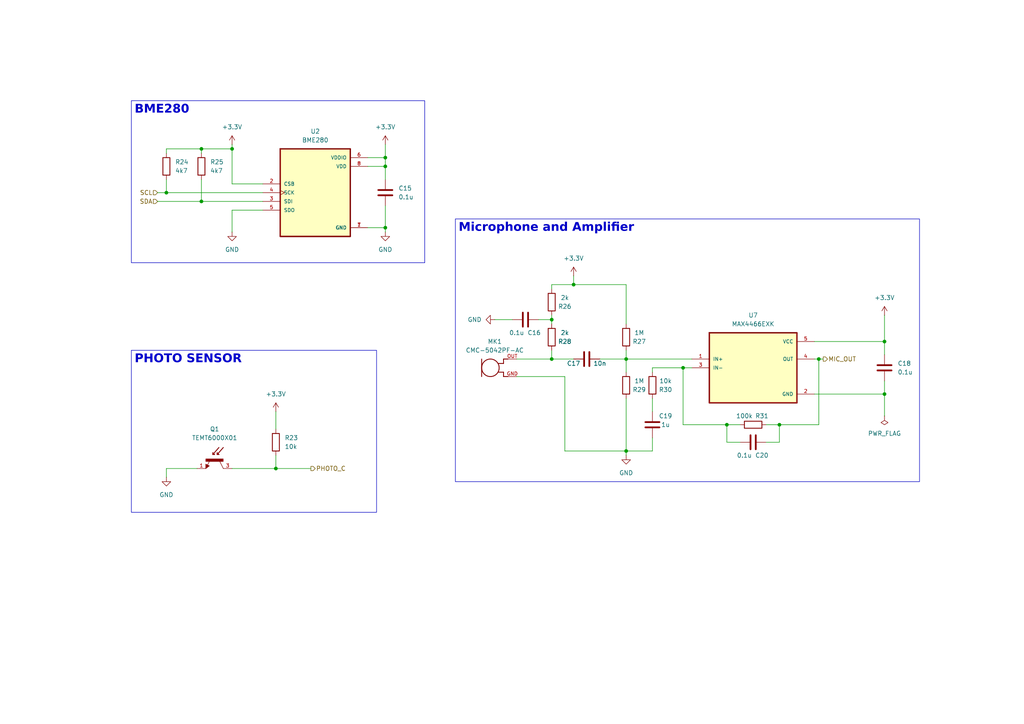
<source format=kicad_sch>
(kicad_sch
	(version 20250114)
	(generator "eeschema")
	(generator_version "9.0")
	(uuid "c46416c8-77a5-441f-bf67-a003ef96e99d")
	(paper "A4")
	(title_block
		(title "SENSORS")
		(date "2025-12-15")
		(company "YUKESH S  2024104010")
	)
	(lib_symbols
		(symbol "BME280:BME280"
			(pin_names
				(offset 1.016)
			)
			(exclude_from_sim no)
			(in_bom yes)
			(on_board yes)
			(property "Reference" "U"
				(at -10.1662 13.3431 0)
				(effects
					(font
						(size 1.27 1.27)
					)
					(justify left bottom)
				)
			)
			(property "Value" "BME280"
				(at -10.1683 -15.2524 0)
				(effects
					(font
						(size 1.27 1.27)
					)
					(justify left bottom)
				)
			)
			(property "Footprint" "BME280:PSON65P250X250X100-8N"
				(at 0 0 0)
				(effects
					(font
						(size 1.27 1.27)
					)
					(justify bottom)
					(hide yes)
				)
			)
			(property "Datasheet" ""
				(at 0 0 0)
				(effects
					(font
						(size 1.27 1.27)
					)
					(hide yes)
				)
			)
			(property "Description" "Integrated pressure, humidity and temperature sensor; 8-pin 2.5x2.5x0.93mm LGA"
				(at 0 0 0)
				(effects
					(font
						(size 1.27 1.27)
					)
					(justify bottom)
					(hide yes)
				)
			)
			(property "MF" "Bosch"
				(at 0 0 0)
				(effects
					(font
						(size 1.27 1.27)
					)
					(justify bottom)
					(hide yes)
				)
			)
			(property "PACKAGE" "LGA-8 Bosch"
				(at 0 0 0)
				(effects
					(font
						(size 1.27 1.27)
					)
					(justify bottom)
					(hide yes)
				)
			)
			(property "PRICE" "4.94 USD"
				(at 0 0 0)
				(effects
					(font
						(size 1.27 1.27)
					)
					(justify bottom)
					(hide yes)
				)
			)
			(property "Package" "LGA-8 Bosch"
				(at 0 0 0)
				(effects
					(font
						(size 1.27 1.27)
					)
					(justify bottom)
					(hide yes)
				)
			)
			(property "Check_prices" "https://www.snapeda.com/parts/BME280/Bosch+Sensortec/view-part/?ref=eda"
				(at 0 0 0)
				(effects
					(font
						(size 1.27 1.27)
					)
					(justify bottom)
					(hide yes)
				)
			)
			(property "STANDARD" "IPC-7351B"
				(at 0 0 0)
				(effects
					(font
						(size 1.27 1.27)
					)
					(justify bottom)
					(hide yes)
				)
			)
			(property "SnapEDA_Link" "https://www.snapeda.com/parts/BME280/Bosch+Sensortec/view-part/?ref=snap"
				(at 0 0 0)
				(effects
					(font
						(size 1.27 1.27)
					)
					(justify bottom)
					(hide yes)
				)
			)
			(property "MP" "BME280"
				(at 0 0 0)
				(effects
					(font
						(size 1.27 1.27)
					)
					(justify bottom)
					(hide yes)
				)
			)
			(property "Price" "None"
				(at 0 0 0)
				(effects
					(font
						(size 1.27 1.27)
					)
					(justify bottom)
					(hide yes)
				)
			)
			(property "Availability" "In Stock"
				(at 0 0 0)
				(effects
					(font
						(size 1.27 1.27)
					)
					(justify bottom)
					(hide yes)
				)
			)
			(property "AVAILABILITY" "Good"
				(at 0 0 0)
				(effects
					(font
						(size 1.27 1.27)
					)
					(justify bottom)
					(hide yes)
				)
			)
			(property "Description_1" "Board Mount Humidity Sensors MEMS humidity, pressure and temperature sensor"
				(at 0 0 0)
				(effects
					(font
						(size 1.27 1.27)
					)
					(justify bottom)
					(hide yes)
				)
			)
			(symbol "BME280_0_0"
				(rectangle
					(start -10.16 -12.7)
					(end 10.16 12.7)
					(stroke
						(width 0.4064)
						(type default)
					)
					(fill
						(type background)
					)
				)
				(pin input line
					(at -15.24 2.54 0)
					(length 5.08)
					(name "CSB"
						(effects
							(font
								(size 1.016 1.016)
							)
						)
					)
					(number "2"
						(effects
							(font
								(size 1.016 1.016)
							)
						)
					)
				)
				(pin input clock
					(at -15.24 0 0)
					(length 5.08)
					(name "SCK"
						(effects
							(font
								(size 1.016 1.016)
							)
						)
					)
					(number "4"
						(effects
							(font
								(size 1.016 1.016)
							)
						)
					)
				)
				(pin bidirectional line
					(at -15.24 -2.54 0)
					(length 5.08)
					(name "SDI"
						(effects
							(font
								(size 1.016 1.016)
							)
						)
					)
					(number "3"
						(effects
							(font
								(size 1.016 1.016)
							)
						)
					)
				)
				(pin bidirectional line
					(at -15.24 -5.08 0)
					(length 5.08)
					(name "SDO"
						(effects
							(font
								(size 1.016 1.016)
							)
						)
					)
					(number "5"
						(effects
							(font
								(size 1.016 1.016)
							)
						)
					)
				)
				(pin power_in line
					(at 15.24 10.16 180)
					(length 5.08)
					(name "VDDIO"
						(effects
							(font
								(size 1.016 1.016)
							)
						)
					)
					(number "6"
						(effects
							(font
								(size 1.016 1.016)
							)
						)
					)
				)
				(pin power_in line
					(at 15.24 7.62 180)
					(length 5.08)
					(name "VDD"
						(effects
							(font
								(size 1.016 1.016)
							)
						)
					)
					(number "8"
						(effects
							(font
								(size 1.016 1.016)
							)
						)
					)
				)
				(pin power_in line
					(at 15.24 -10.16 180)
					(length 5.08)
					(name "GND"
						(effects
							(font
								(size 1.016 1.016)
							)
						)
					)
					(number "1"
						(effects
							(font
								(size 1.016 1.016)
							)
						)
					)
				)
				(pin power_in line
					(at 15.24 -10.16 180)
					(length 5.08)
					(name "GND"
						(effects
							(font
								(size 1.016 1.016)
							)
						)
					)
					(number "7"
						(effects
							(font
								(size 1.016 1.016)
							)
						)
					)
				)
			)
			(embedded_fonts no)
		)
		(symbol "CMC-5042PF-AC:CMC-5042PF-AC"
			(pin_names
				(offset 1.016)
			)
			(exclude_from_sim no)
			(in_bom yes)
			(on_board yes)
			(property "Reference" "MK"
				(at -2.5424 5.0848 0)
				(effects
					(font
						(size 1.27 1.27)
					)
					(justify left bottom)
				)
			)
			(property "Value" "CMC-5042PF-AC"
				(at -2.5442 -6.3606 0)
				(effects
					(font
						(size 1.27 1.27)
					)
					(justify left bottom)
				)
			)
			(property "Footprint" "CMC-5042PF-AC:CUI_CMC-5042PF-AC"
				(at 0 0 0)
				(effects
					(font
						(size 1.27 1.27)
					)
					(justify bottom)
					(hide yes)
				)
			)
			(property "Datasheet" ""
				(at 0 0 0)
				(effects
					(font
						(size 1.27 1.27)
					)
					(hide yes)
				)
			)
			(property "Description" ""
				(at 0 0 0)
				(effects
					(font
						(size 1.27 1.27)
					)
					(hide yes)
				)
			)
			(property "MF" "Same Sky"
				(at 0 0 0)
				(effects
					(font
						(size 1.27 1.27)
					)
					(justify bottom)
					(hide yes)
				)
			)
			(property "Description_1" "6.0 mm, Omnidirectional, PCB Mount, 2.0 Vdc, Electret Condenser Microphone"
				(at 0 0 0)
				(effects
					(font
						(size 1.27 1.27)
					)
					(justify bottom)
					(hide yes)
				)
			)
			(property "Package" "None"
				(at 0 0 0)
				(effects
					(font
						(size 1.27 1.27)
					)
					(justify bottom)
					(hide yes)
				)
			)
			(property "Price" "None"
				(at 0 0 0)
				(effects
					(font
						(size 1.27 1.27)
					)
					(justify bottom)
					(hide yes)
				)
			)
			(property "Check_prices" "https://www.snapeda.com/parts/CMC-5042PF-AC/Same+Sky/view-part/?ref=eda"
				(at 0 0 0)
				(effects
					(font
						(size 1.27 1.27)
					)
					(justify bottom)
					(hide yes)
				)
			)
			(property "STANDARD" "Manufacturer recommendations"
				(at 0 0 0)
				(effects
					(font
						(size 1.27 1.27)
					)
					(justify bottom)
					(hide yes)
				)
			)
			(property "SnapEDA_Link" "https://www.snapeda.com/parts/CMC-5042PF-AC/Same+Sky/view-part/?ref=snap"
				(at 0 0 0)
				(effects
					(font
						(size 1.27 1.27)
					)
					(justify bottom)
					(hide yes)
				)
			)
			(property "MP" "CMC-5042PF-AC"
				(at 0 0 0)
				(effects
					(font
						(size 1.27 1.27)
					)
					(justify bottom)
					(hide yes)
				)
			)
			(property "Availability" "In Stock"
				(at 0 0 0)
				(effects
					(font
						(size 1.27 1.27)
					)
					(justify bottom)
					(hide yes)
				)
			)
			(property "MANUFACTURER" "CUI INC"
				(at 0 0 0)
				(effects
					(font
						(size 1.27 1.27)
					)
					(justify bottom)
					(hide yes)
				)
			)
			(symbol "CMC-5042PF-AC_0_0"
				(polyline
					(pts
						(xy -2.54 2.54) (xy -2.54 -2.54)
					)
					(stroke
						(width 0.254)
						(type default)
					)
					(fill
						(type none)
					)
				)
				(circle
					(center 0 0)
					(radius 2.54)
					(stroke
						(width 0.254)
						(type default)
					)
					(fill
						(type none)
					)
				)
				(polyline
					(pts
						(xy 3.81 2.54) (xy 3.81 1.27)
					)
					(stroke
						(width 0.254)
						(type default)
					)
					(fill
						(type none)
					)
				)
				(polyline
					(pts
						(xy 3.81 1.27) (xy 2.2352 1.27)
					)
					(stroke
						(width 0.254)
						(type default)
					)
					(fill
						(type none)
					)
				)
				(polyline
					(pts
						(xy 3.81 -1.27) (xy 2.2352 -1.27)
					)
					(stroke
						(width 0.254)
						(type default)
					)
					(fill
						(type none)
					)
				)
				(polyline
					(pts
						(xy 3.81 -2.54) (xy 3.81 -1.27)
					)
					(stroke
						(width 0.254)
						(type default)
					)
					(fill
						(type none)
					)
				)
				(polyline
					(pts
						(xy 5.08 2.54) (xy 3.81 2.54)
					)
					(stroke
						(width 0.254)
						(type default)
					)
					(fill
						(type none)
					)
				)
				(polyline
					(pts
						(xy 5.08 -2.54) (xy 3.81 -2.54)
					)
					(stroke
						(width 0.254)
						(type default)
					)
					(fill
						(type none)
					)
				)
				(pin output line
					(at 7.62 2.54 180)
					(length 2.54)
					(name "~"
						(effects
							(font
								(size 1.016 1.016)
							)
						)
					)
					(number "OUT"
						(effects
							(font
								(size 1.016 1.016)
							)
						)
					)
				)
				(pin power_in line
					(at 7.62 -2.54 180)
					(length 2.54)
					(name "~"
						(effects
							(font
								(size 1.016 1.016)
							)
						)
					)
					(number "GND"
						(effects
							(font
								(size 1.016 1.016)
							)
						)
					)
				)
			)
			(embedded_fonts no)
		)
		(symbol "Device:C"
			(pin_numbers
				(hide yes)
			)
			(pin_names
				(offset 0.254)
			)
			(exclude_from_sim no)
			(in_bom yes)
			(on_board yes)
			(property "Reference" "C"
				(at 0.635 2.54 0)
				(effects
					(font
						(size 1.27 1.27)
					)
					(justify left)
				)
			)
			(property "Value" "C"
				(at 0.635 -2.54 0)
				(effects
					(font
						(size 1.27 1.27)
					)
					(justify left)
				)
			)
			(property "Footprint" ""
				(at 0.9652 -3.81 0)
				(effects
					(font
						(size 1.27 1.27)
					)
					(hide yes)
				)
			)
			(property "Datasheet" "~"
				(at 0 0 0)
				(effects
					(font
						(size 1.27 1.27)
					)
					(hide yes)
				)
			)
			(property "Description" "Unpolarized capacitor"
				(at 0 0 0)
				(effects
					(font
						(size 1.27 1.27)
					)
					(hide yes)
				)
			)
			(property "ki_keywords" "cap capacitor"
				(at 0 0 0)
				(effects
					(font
						(size 1.27 1.27)
					)
					(hide yes)
				)
			)
			(property "ki_fp_filters" "C_*"
				(at 0 0 0)
				(effects
					(font
						(size 1.27 1.27)
					)
					(hide yes)
				)
			)
			(symbol "C_0_1"
				(polyline
					(pts
						(xy -2.032 0.762) (xy 2.032 0.762)
					)
					(stroke
						(width 0.508)
						(type default)
					)
					(fill
						(type none)
					)
				)
				(polyline
					(pts
						(xy -2.032 -0.762) (xy 2.032 -0.762)
					)
					(stroke
						(width 0.508)
						(type default)
					)
					(fill
						(type none)
					)
				)
			)
			(symbol "C_1_1"
				(pin passive line
					(at 0 3.81 270)
					(length 2.794)
					(name "~"
						(effects
							(font
								(size 1.27 1.27)
							)
						)
					)
					(number "1"
						(effects
							(font
								(size 1.27 1.27)
							)
						)
					)
				)
				(pin passive line
					(at 0 -3.81 90)
					(length 2.794)
					(name "~"
						(effects
							(font
								(size 1.27 1.27)
							)
						)
					)
					(number "2"
						(effects
							(font
								(size 1.27 1.27)
							)
						)
					)
				)
			)
			(embedded_fonts no)
		)
		(symbol "Device:R"
			(pin_numbers
				(hide yes)
			)
			(pin_names
				(offset 0)
			)
			(exclude_from_sim no)
			(in_bom yes)
			(on_board yes)
			(property "Reference" "R"
				(at 2.032 0 90)
				(effects
					(font
						(size 1.27 1.27)
					)
				)
			)
			(property "Value" "R"
				(at 0 0 90)
				(effects
					(font
						(size 1.27 1.27)
					)
				)
			)
			(property "Footprint" ""
				(at -1.778 0 90)
				(effects
					(font
						(size 1.27 1.27)
					)
					(hide yes)
				)
			)
			(property "Datasheet" "~"
				(at 0 0 0)
				(effects
					(font
						(size 1.27 1.27)
					)
					(hide yes)
				)
			)
			(property "Description" "Resistor"
				(at 0 0 0)
				(effects
					(font
						(size 1.27 1.27)
					)
					(hide yes)
				)
			)
			(property "ki_keywords" "R res resistor"
				(at 0 0 0)
				(effects
					(font
						(size 1.27 1.27)
					)
					(hide yes)
				)
			)
			(property "ki_fp_filters" "R_*"
				(at 0 0 0)
				(effects
					(font
						(size 1.27 1.27)
					)
					(hide yes)
				)
			)
			(symbol "R_0_1"
				(rectangle
					(start -1.016 -2.54)
					(end 1.016 2.54)
					(stroke
						(width 0.254)
						(type default)
					)
					(fill
						(type none)
					)
				)
			)
			(symbol "R_1_1"
				(pin passive line
					(at 0 3.81 270)
					(length 1.27)
					(name "~"
						(effects
							(font
								(size 1.27 1.27)
							)
						)
					)
					(number "1"
						(effects
							(font
								(size 1.27 1.27)
							)
						)
					)
				)
				(pin passive line
					(at 0 -3.81 90)
					(length 1.27)
					(name "~"
						(effects
							(font
								(size 1.27 1.27)
							)
						)
					)
					(number "2"
						(effects
							(font
								(size 1.27 1.27)
							)
						)
					)
				)
			)
			(embedded_fonts no)
		)
		(symbol "MAX4466EXK:MAX4466EXK"
			(pin_names
				(offset 1.016)
			)
			(exclude_from_sim no)
			(in_bom yes)
			(on_board yes)
			(property "Reference" "U"
				(at -12.7 11.16 0)
				(effects
					(font
						(size 1.27 1.27)
					)
					(justify left bottom)
				)
			)
			(property "Value" "MAX4466EXK"
				(at -12.7 -14.16 0)
				(effects
					(font
						(size 1.27 1.27)
					)
					(justify left bottom)
				)
			)
			(property "Footprint" "MAX4466EXK:SOT65P210X110-5N"
				(at 0 0 0)
				(effects
					(font
						(size 1.27 1.27)
					)
					(justify bottom)
					(hide yes)
				)
			)
			(property "Datasheet" ""
				(at 0 0 0)
				(effects
					(font
						(size 1.27 1.27)
					)
					(hide yes)
				)
			)
			(property "Description" ""
				(at 0 0 0)
				(effects
					(font
						(size 1.27 1.27)
					)
					(hide yes)
				)
			)
			(property "MF" "Analog Devices"
				(at 0 0 0)
				(effects
					(font
						(size 1.27 1.27)
					)
					(justify bottom)
					(hide yes)
				)
			)
			(property "Description_1" "Amplifier IC 1-Channel (Mono) Class AB SC-70-5"
				(at 0 0 0)
				(effects
					(font
						(size 1.27 1.27)
					)
					(justify bottom)
					(hide yes)
				)
			)
			(property "Package" "SC-70-5 Maxim"
				(at 0 0 0)
				(effects
					(font
						(size 1.27 1.27)
					)
					(justify bottom)
					(hide yes)
				)
			)
			(property "Price" "None"
				(at 0 0 0)
				(effects
					(font
						(size 1.27 1.27)
					)
					(justify bottom)
					(hide yes)
				)
			)
			(property "SnapEDA_Link" "https://www.snapeda.com/parts/MAX4466EXK/Analog+Devices/view-part/?ref=snap"
				(at 0 0 0)
				(effects
					(font
						(size 1.27 1.27)
					)
					(justify bottom)
					(hide yes)
				)
			)
			(property "MP" "MAX4466EXK"
				(at 0 0 0)
				(effects
					(font
						(size 1.27 1.27)
					)
					(justify bottom)
					(hide yes)
				)
			)
			(property "Availability" "In Stock"
				(at 0 0 0)
				(effects
					(font
						(size 1.27 1.27)
					)
					(justify bottom)
					(hide yes)
				)
			)
			(property "Check_prices" "https://www.snapeda.com/parts/MAX4466EXK/Analog+Devices/view-part/?ref=eda"
				(at 0 0 0)
				(effects
					(font
						(size 1.27 1.27)
					)
					(justify bottom)
					(hide yes)
				)
			)
			(symbol "MAX4466EXK_0_0"
				(rectangle
					(start -12.7 -10.16)
					(end 12.7 10.16)
					(stroke
						(width 0.41)
						(type default)
					)
					(fill
						(type background)
					)
				)
				(pin input line
					(at -17.78 2.54 0)
					(length 5.08)
					(name "IN+"
						(effects
							(font
								(size 1.016 1.016)
							)
						)
					)
					(number "1"
						(effects
							(font
								(size 1.016 1.016)
							)
						)
					)
				)
				(pin input line
					(at -17.78 0 0)
					(length 5.08)
					(name "IN-"
						(effects
							(font
								(size 1.016 1.016)
							)
						)
					)
					(number "3"
						(effects
							(font
								(size 1.016 1.016)
							)
						)
					)
				)
				(pin power_in line
					(at 17.78 7.62 180)
					(length 5.08)
					(name "VCC"
						(effects
							(font
								(size 1.016 1.016)
							)
						)
					)
					(number "5"
						(effects
							(font
								(size 1.016 1.016)
							)
						)
					)
				)
				(pin output line
					(at 17.78 2.54 180)
					(length 5.08)
					(name "OUT"
						(effects
							(font
								(size 1.016 1.016)
							)
						)
					)
					(number "4"
						(effects
							(font
								(size 1.016 1.016)
							)
						)
					)
				)
				(pin power_in line
					(at 17.78 -7.62 180)
					(length 5.08)
					(name "GND"
						(effects
							(font
								(size 1.016 1.016)
							)
						)
					)
					(number "2"
						(effects
							(font
								(size 1.016 1.016)
							)
						)
					)
				)
			)
			(embedded_fonts no)
		)
		(symbol "TEMT6000X01:TEMT6000X01"
			(pin_names
				(offset 1.016)
			)
			(exclude_from_sim no)
			(in_bom yes)
			(on_board yes)
			(property "Reference" "Q"
				(at 5.0999 0 0)
				(effects
					(font
						(size 1.27 1.27)
					)
					(justify left bottom)
				)
			)
			(property "Value" "TEMT6000X01"
				(at 5.0887 -2.5444 0)
				(effects
					(font
						(size 1.27 1.27)
					)
					(justify left bottom)
				)
			)
			(property "Footprint" "TEMT6000X01:TRANS_TEMT6000X01"
				(at 0 0 0)
				(effects
					(font
						(size 1.27 1.27)
					)
					(justify bottom)
					(hide yes)
				)
			)
			(property "Datasheet" ""
				(at 0 0 0)
				(effects
					(font
						(size 1.27 1.27)
					)
					(hide yes)
				)
			)
			(property "Description" ""
				(at 0 0 0)
				(effects
					(font
						(size 1.27 1.27)
					)
					(hide yes)
				)
			)
			(property "MF" "Vishay Semiconductor"
				(at 0 0 0)
				(effects
					(font
						(size 1.27 1.27)
					)
					(justify bottom)
					(hide yes)
				)
			)
			(property "Description_1" "Phototransistors 570nm Top View 1206 (3216 Metric)"
				(at 0 0 0)
				(effects
					(font
						(size 1.27 1.27)
					)
					(justify bottom)
					(hide yes)
				)
			)
			(property "Package" "1206 Vishay"
				(at 0 0 0)
				(effects
					(font
						(size 1.27 1.27)
					)
					(justify bottom)
					(hide yes)
				)
			)
			(property "Price" "None"
				(at 0 0 0)
				(effects
					(font
						(size 1.27 1.27)
					)
					(justify bottom)
					(hide yes)
				)
			)
			(property "Check_prices" "https://www.snapeda.com/parts/TEMT6000X01/Vishay+Semiconductor+Opto+Division/view-part/?ref=eda"
				(at 0 0 0)
				(effects
					(font
						(size 1.27 1.27)
					)
					(justify bottom)
					(hide yes)
				)
			)
			(property "STANDARD" "Manufacturer Recommendations"
				(at 0 0 0)
				(effects
					(font
						(size 1.27 1.27)
					)
					(justify bottom)
					(hide yes)
				)
			)
			(property "PARTREV" "1.9"
				(at 0 0 0)
				(effects
					(font
						(size 1.27 1.27)
					)
					(justify bottom)
					(hide yes)
				)
			)
			(property "SnapEDA_Link" "https://www.snapeda.com/parts/TEMT6000X01/Vishay+Semiconductor+Opto+Division/view-part/?ref=snap"
				(at 0 0 0)
				(effects
					(font
						(size 1.27 1.27)
					)
					(justify bottom)
					(hide yes)
				)
			)
			(property "MP" "TEMT6000X01"
				(at 0 0 0)
				(effects
					(font
						(size 1.27 1.27)
					)
					(justify bottom)
					(hide yes)
				)
			)
			(property "Availability" "In Stock"
				(at 0 0 0)
				(effects
					(font
						(size 1.27 1.27)
					)
					(justify bottom)
					(hide yes)
				)
			)
			(property "MANUFACTURER" "VISHAY"
				(at 0 0 0)
				(effects
					(font
						(size 1.27 1.27)
					)
					(justify bottom)
					(hide yes)
				)
			)
			(symbol "TEMT6000X01_0_0"
				(polyline
					(pts
						(xy -3.556 2.54) (xy -1.524 0.762)
					)
					(stroke
						(width 0.254)
						(type default)
					)
					(fill
						(type none)
					)
				)
				(polyline
					(pts
						(xy -3.556 1.27) (xy -1.524 -0.508)
					)
					(stroke
						(width 0.254)
						(type default)
					)
					(fill
						(type none)
					)
				)
				(polyline
					(pts
						(xy -2.032 0.762) (xy -1.524 1.27)
					)
					(stroke
						(width 0.254)
						(type default)
					)
					(fill
						(type none)
					)
				)
				(polyline
					(pts
						(xy -2.032 -0.508) (xy -1.524 0)
					)
					(stroke
						(width 0.254)
						(type default)
					)
					(fill
						(type none)
					)
				)
				(polyline
					(pts
						(xy -1.524 1.27) (xy -1.524 0.762)
					)
					(stroke
						(width 0.254)
						(type default)
					)
					(fill
						(type none)
					)
				)
				(polyline
					(pts
						(xy -1.524 0.762) (xy -2.032 0.762)
					)
					(stroke
						(width 0.254)
						(type default)
					)
					(fill
						(type none)
					)
				)
				(polyline
					(pts
						(xy -1.524 0) (xy -1.524 -0.508)
					)
					(stroke
						(width 0.254)
						(type default)
					)
					(fill
						(type none)
					)
				)
				(polyline
					(pts
						(xy -1.524 -0.508) (xy -2.032 -0.508)
					)
					(stroke
						(width 0.254)
						(type default)
					)
					(fill
						(type none)
					)
				)
				(rectangle
					(start -0.2547 -2.5468)
					(end 0.508 2.54)
					(stroke
						(width 0.1)
						(type default)
					)
					(fill
						(type outline)
					)
				)
				(polyline
					(pts
						(xy 1.27 -2.54) (xy 1.778 -1.524)
					)
					(stroke
						(width 0.1524)
						(type default)
					)
					(fill
						(type none)
					)
				)
				(polyline
					(pts
						(xy 1.524 -2.286) (xy 1.905 -2.286)
					)
					(stroke
						(width 0.254)
						(type default)
					)
					(fill
						(type none)
					)
				)
				(polyline
					(pts
						(xy 1.524 -2.413) (xy 2.286 -2.413)
					)
					(stroke
						(width 0.254)
						(type default)
					)
					(fill
						(type none)
					)
				)
				(polyline
					(pts
						(xy 1.54 -2.04) (xy 0.308 -1.424)
					)
					(stroke
						(width 0.1524)
						(type default)
					)
					(fill
						(type none)
					)
				)
				(polyline
					(pts
						(xy 1.778 -1.524) (xy 2.54 -2.54)
					)
					(stroke
						(width 0.1524)
						(type default)
					)
					(fill
						(type none)
					)
				)
				(polyline
					(pts
						(xy 1.778 -1.778) (xy 1.524 -2.286)
					)
					(stroke
						(width 0.254)
						(type default)
					)
					(fill
						(type none)
					)
				)
				(polyline
					(pts
						(xy 1.905 -2.286) (xy 1.778 -2.032)
					)
					(stroke
						(width 0.254)
						(type default)
					)
					(fill
						(type none)
					)
				)
				(polyline
					(pts
						(xy 2.286 -2.413) (xy 1.778 -1.778)
					)
					(stroke
						(width 0.254)
						(type default)
					)
					(fill
						(type none)
					)
				)
				(polyline
					(pts
						(xy 2.54 2.54) (xy 0.508 1.524)
					)
					(stroke
						(width 0.1524)
						(type default)
					)
					(fill
						(type none)
					)
				)
				(polyline
					(pts
						(xy 2.54 -2.54) (xy 1.27 -2.54)
					)
					(stroke
						(width 0.1524)
						(type default)
					)
					(fill
						(type none)
					)
				)
				(pin passive line
					(at 2.54 5.08 270)
					(length 2.54)
					(name "~"
						(effects
							(font
								(size 1.016 1.016)
							)
						)
					)
					(number "3"
						(effects
							(font
								(size 1.016 1.016)
							)
						)
					)
				)
				(pin passive line
					(at 2.54 -5.08 90)
					(length 2.54)
					(name "~"
						(effects
							(font
								(size 1.016 1.016)
							)
						)
					)
					(number "1"
						(effects
							(font
								(size 1.016 1.016)
							)
						)
					)
				)
			)
			(embedded_fonts no)
		)
		(symbol "power:+3.3V"
			(power)
			(pin_numbers
				(hide yes)
			)
			(pin_names
				(offset 0)
				(hide yes)
			)
			(exclude_from_sim no)
			(in_bom yes)
			(on_board yes)
			(property "Reference" "#PWR"
				(at 0 -3.81 0)
				(effects
					(font
						(size 1.27 1.27)
					)
					(hide yes)
				)
			)
			(property "Value" "+3.3V"
				(at 0 3.556 0)
				(effects
					(font
						(size 1.27 1.27)
					)
				)
			)
			(property "Footprint" ""
				(at 0 0 0)
				(effects
					(font
						(size 1.27 1.27)
					)
					(hide yes)
				)
			)
			(property "Datasheet" ""
				(at 0 0 0)
				(effects
					(font
						(size 1.27 1.27)
					)
					(hide yes)
				)
			)
			(property "Description" "Power symbol creates a global label with name \"+3.3V\""
				(at 0 0 0)
				(effects
					(font
						(size 1.27 1.27)
					)
					(hide yes)
				)
			)
			(property "ki_keywords" "global power"
				(at 0 0 0)
				(effects
					(font
						(size 1.27 1.27)
					)
					(hide yes)
				)
			)
			(symbol "+3.3V_0_1"
				(polyline
					(pts
						(xy -0.762 1.27) (xy 0 2.54)
					)
					(stroke
						(width 0)
						(type default)
					)
					(fill
						(type none)
					)
				)
				(polyline
					(pts
						(xy 0 2.54) (xy 0.762 1.27)
					)
					(stroke
						(width 0)
						(type default)
					)
					(fill
						(type none)
					)
				)
				(polyline
					(pts
						(xy 0 0) (xy 0 2.54)
					)
					(stroke
						(width 0)
						(type default)
					)
					(fill
						(type none)
					)
				)
			)
			(symbol "+3.3V_1_1"
				(pin power_in line
					(at 0 0 90)
					(length 0)
					(name "~"
						(effects
							(font
								(size 1.27 1.27)
							)
						)
					)
					(number "1"
						(effects
							(font
								(size 1.27 1.27)
							)
						)
					)
				)
			)
			(embedded_fonts no)
		)
		(symbol "power:GND"
			(power)
			(pin_numbers
				(hide yes)
			)
			(pin_names
				(offset 0)
				(hide yes)
			)
			(exclude_from_sim no)
			(in_bom yes)
			(on_board yes)
			(property "Reference" "#PWR"
				(at 0 -6.35 0)
				(effects
					(font
						(size 1.27 1.27)
					)
					(hide yes)
				)
			)
			(property "Value" "GND"
				(at 0 -3.81 0)
				(effects
					(font
						(size 1.27 1.27)
					)
				)
			)
			(property "Footprint" ""
				(at 0 0 0)
				(effects
					(font
						(size 1.27 1.27)
					)
					(hide yes)
				)
			)
			(property "Datasheet" ""
				(at 0 0 0)
				(effects
					(font
						(size 1.27 1.27)
					)
					(hide yes)
				)
			)
			(property "Description" "Power symbol creates a global label with name \"GND\" , ground"
				(at 0 0 0)
				(effects
					(font
						(size 1.27 1.27)
					)
					(hide yes)
				)
			)
			(property "ki_keywords" "global power"
				(at 0 0 0)
				(effects
					(font
						(size 1.27 1.27)
					)
					(hide yes)
				)
			)
			(symbol "GND_0_1"
				(polyline
					(pts
						(xy 0 0) (xy 0 -1.27) (xy 1.27 -1.27) (xy 0 -2.54) (xy -1.27 -1.27) (xy 0 -1.27)
					)
					(stroke
						(width 0)
						(type default)
					)
					(fill
						(type none)
					)
				)
			)
			(symbol "GND_1_1"
				(pin power_in line
					(at 0 0 270)
					(length 0)
					(name "~"
						(effects
							(font
								(size 1.27 1.27)
							)
						)
					)
					(number "1"
						(effects
							(font
								(size 1.27 1.27)
							)
						)
					)
				)
			)
			(embedded_fonts no)
		)
		(symbol "power:PWR_FLAG"
			(power)
			(pin_numbers
				(hide yes)
			)
			(pin_names
				(offset 0)
				(hide yes)
			)
			(exclude_from_sim no)
			(in_bom yes)
			(on_board yes)
			(property "Reference" "#FLG"
				(at 0 1.905 0)
				(effects
					(font
						(size 1.27 1.27)
					)
					(hide yes)
				)
			)
			(property "Value" "PWR_FLAG"
				(at 0 3.81 0)
				(effects
					(font
						(size 1.27 1.27)
					)
				)
			)
			(property "Footprint" ""
				(at 0 0 0)
				(effects
					(font
						(size 1.27 1.27)
					)
					(hide yes)
				)
			)
			(property "Datasheet" "~"
				(at 0 0 0)
				(effects
					(font
						(size 1.27 1.27)
					)
					(hide yes)
				)
			)
			(property "Description" "Special symbol for telling ERC where power comes from"
				(at 0 0 0)
				(effects
					(font
						(size 1.27 1.27)
					)
					(hide yes)
				)
			)
			(property "ki_keywords" "flag power"
				(at 0 0 0)
				(effects
					(font
						(size 1.27 1.27)
					)
					(hide yes)
				)
			)
			(symbol "PWR_FLAG_0_0"
				(pin power_out line
					(at 0 0 90)
					(length 0)
					(name "~"
						(effects
							(font
								(size 1.27 1.27)
							)
						)
					)
					(number "1"
						(effects
							(font
								(size 1.27 1.27)
							)
						)
					)
				)
			)
			(symbol "PWR_FLAG_0_1"
				(polyline
					(pts
						(xy 0 0) (xy 0 1.27) (xy -1.016 1.905) (xy 0 2.54) (xy 1.016 1.905) (xy 0 1.27)
					)
					(stroke
						(width 0)
						(type default)
					)
					(fill
						(type none)
					)
				)
			)
			(embedded_fonts no)
		)
	)
	(text_box "BME280"
		(exclude_from_sim no)
		(at 38.1 29.21 0)
		(size 85.09 46.99)
		(margins 0.9525 0.9525 0.9525 0.9525)
		(stroke
			(width 0)
			(type solid)
		)
		(fill
			(type none)
		)
		(effects
			(font
				(face "Arial Rounded MT Bold")
				(size 2.5 2.5)
				(bold yes)
			)
			(justify left top)
		)
		(uuid "227e4caa-9d46-4ca5-829a-bab4f5572bfe")
	)
	(text_box "Microphone and Amplifier"
		(exclude_from_sim no)
		(at 132.08 63.5 0)
		(size 134.62 76.2)
		(margins 0.9525 0.9525 0.9525 0.9525)
		(stroke
			(width 0)
			(type solid)
		)
		(fill
			(type none)
		)
		(effects
			(font
				(face "Arial Rounded MT Bold")
				(size 2.5 2.5)
				(thickness 0.254)
				(bold yes)
			)
			(justify left top)
		)
		(uuid "2f303b6d-e1cd-428f-8f74-fd152932facf")
	)
	(text_box "PHOTO SENSOR"
		(exclude_from_sim no)
		(at 38.1 101.6 0)
		(size 71.12 46.99)
		(margins 0.9525 0.9525 0.9525 0.9525)
		(stroke
			(width 0)
			(type solid)
		)
		(fill
			(type none)
		)
		(effects
			(font
				(face "Arial Rounded MT Bold")
				(size 2.5 2.5)
				(bold yes)
			)
			(justify left top)
		)
		(uuid "b3fd9389-20d1-494b-98cd-8cda43c7e3f3")
	)
	(junction
		(at 226.06 123.19)
		(diameter 0)
		(color 0 0 0 0)
		(uuid "17691f19-7bb1-4f4e-a9e1-3e3cd384b3c1")
	)
	(junction
		(at 67.31 43.18)
		(diameter 0)
		(color 0 0 0 0)
		(uuid "2905e1f1-8c8a-47d6-b814-8e39f35c0c1a")
	)
	(junction
		(at 181.61 104.14)
		(diameter 0)
		(color 0 0 0 0)
		(uuid "32046cff-1223-4791-bde1-2786d8fe46ee")
	)
	(junction
		(at 210.82 123.19)
		(diameter 0)
		(color 0 0 0 0)
		(uuid "43c74313-fac5-4625-9480-0a6c17616012")
	)
	(junction
		(at 181.61 130.81)
		(diameter 0)
		(color 0 0 0 0)
		(uuid "69fa3812-05a6-4377-b736-6d9792a5c9eb")
	)
	(junction
		(at 237.49 104.14)
		(diameter 0)
		(color 0 0 0 0)
		(uuid "842897c5-937d-46c3-aa72-73077acfd9cf")
	)
	(junction
		(at 48.26 55.88)
		(diameter 0)
		(color 0 0 0 0)
		(uuid "89e2f15e-cc8d-4328-8980-94e0d7459081")
	)
	(junction
		(at 111.76 45.72)
		(diameter 0)
		(color 0 0 0 0)
		(uuid "923a76cb-c28b-4041-b409-f6f80b8e8dbc")
	)
	(junction
		(at 256.54 99.06)
		(diameter 0)
		(color 0 0 0 0)
		(uuid "946cc344-3ab0-49e2-9940-1fafd4d7be40")
	)
	(junction
		(at 111.76 66.04)
		(diameter 0)
		(color 0 0 0 0)
		(uuid "c98bb48c-046b-431b-b9de-719d86e5ff7e")
	)
	(junction
		(at 160.02 92.71)
		(diameter 0)
		(color 0 0 0 0)
		(uuid "cf75d35c-c3d6-4a84-9ed5-577602ef26c6")
	)
	(junction
		(at 256.54 114.3)
		(diameter 0)
		(color 0 0 0 0)
		(uuid "d1bf7ed1-2c6d-4f0c-89d1-6593bcdc8fac")
	)
	(junction
		(at 111.76 48.26)
		(diameter 0)
		(color 0 0 0 0)
		(uuid "d2227982-7889-404a-96b4-9bc153340e76")
	)
	(junction
		(at 80.01 135.89)
		(diameter 0)
		(color 0 0 0 0)
		(uuid "d9f0ef4c-9b9a-4fa7-9ed9-039b9620dbe1")
	)
	(junction
		(at 58.42 58.42)
		(diameter 0)
		(color 0 0 0 0)
		(uuid "e35d1d9b-c74d-457b-ba04-c8c2577e30d2")
	)
	(junction
		(at 160.02 104.14)
		(diameter 0)
		(color 0 0 0 0)
		(uuid "ee6cb3bc-5330-4778-8c24-4258dc11d2d1")
	)
	(junction
		(at 58.42 43.18)
		(diameter 0)
		(color 0 0 0 0)
		(uuid "f1998408-2185-456f-955a-c2ac2bf5b102")
	)
	(junction
		(at 198.12 106.68)
		(diameter 0)
		(color 0 0 0 0)
		(uuid "f7478719-120d-4bb7-9d72-44540a37304f")
	)
	(junction
		(at 166.37 82.55)
		(diameter 0)
		(color 0 0 0 0)
		(uuid "fa756714-7e23-42cd-b96a-d051b544e655")
	)
	(wire
		(pts
			(xy 106.68 66.04) (xy 111.76 66.04)
		)
		(stroke
			(width 0)
			(type default)
		)
		(uuid "02b48e70-b356-4fdd-b5c0-cf3cce3f50de")
	)
	(wire
		(pts
			(xy 48.26 55.88) (xy 76.2 55.88)
		)
		(stroke
			(width 0)
			(type default)
		)
		(uuid "032b8b90-38df-489e-989e-dfc2ca5e6dc5")
	)
	(wire
		(pts
			(xy 48.26 43.18) (xy 58.42 43.18)
		)
		(stroke
			(width 0)
			(type default)
		)
		(uuid "04a8c601-f32a-40d5-b856-64cd74b2c2fb")
	)
	(wire
		(pts
			(xy 256.54 114.3) (xy 256.54 110.49)
		)
		(stroke
			(width 0)
			(type default)
		)
		(uuid "067bd2f2-6ccc-4bd7-8678-3c6cc2095cbf")
	)
	(wire
		(pts
			(xy 80.01 135.89) (xy 90.17 135.89)
		)
		(stroke
			(width 0)
			(type default)
		)
		(uuid "0b0ad68d-fd04-4f25-afac-0bb255a34420")
	)
	(wire
		(pts
			(xy 189.23 107.95) (xy 189.23 106.68)
		)
		(stroke
			(width 0)
			(type default)
		)
		(uuid "0c78c8ca-7218-4e69-bd77-af12b53588f2")
	)
	(wire
		(pts
			(xy 76.2 53.34) (xy 67.31 53.34)
		)
		(stroke
			(width 0)
			(type default)
		)
		(uuid "10054434-e182-4211-94d0-87fed0e1f0e6")
	)
	(wire
		(pts
			(xy 58.42 52.07) (xy 58.42 58.42)
		)
		(stroke
			(width 0)
			(type default)
		)
		(uuid "10ebfd64-2f85-40fb-879f-36da5a73ba20")
	)
	(wire
		(pts
			(xy 106.68 48.26) (xy 111.76 48.26)
		)
		(stroke
			(width 0)
			(type default)
		)
		(uuid "13598ca4-1c67-4eea-99c3-215227fb7c12")
	)
	(wire
		(pts
			(xy 210.82 123.19) (xy 198.12 123.19)
		)
		(stroke
			(width 0)
			(type default)
		)
		(uuid "1420f072-0e71-4a0d-92a5-aa2cc63c5495")
	)
	(wire
		(pts
			(xy 181.61 104.14) (xy 181.61 107.95)
		)
		(stroke
			(width 0)
			(type default)
		)
		(uuid "1990f230-d576-4674-be0f-418d85d32c57")
	)
	(wire
		(pts
			(xy 48.26 135.89) (xy 57.15 135.89)
		)
		(stroke
			(width 0)
			(type default)
		)
		(uuid "1b2b7ae4-8614-4cf2-858c-677110c3b098")
	)
	(wire
		(pts
			(xy 256.54 99.06) (xy 256.54 102.87)
		)
		(stroke
			(width 0)
			(type default)
		)
		(uuid "1e561d9d-5360-4623-9353-fd0623f92ee3")
	)
	(wire
		(pts
			(xy 160.02 83.82) (xy 160.02 82.55)
		)
		(stroke
			(width 0)
			(type default)
		)
		(uuid "1fdc8447-e764-455b-8c18-eba54844e5a7")
	)
	(wire
		(pts
			(xy 80.01 132.08) (xy 80.01 135.89)
		)
		(stroke
			(width 0)
			(type default)
		)
		(uuid "1ff5da36-f974-4a21-9944-b9cb114d7acc")
	)
	(wire
		(pts
			(xy 198.12 123.19) (xy 198.12 106.68)
		)
		(stroke
			(width 0)
			(type default)
		)
		(uuid "21a02fa1-7aea-45a2-9739-3763a4ef79bd")
	)
	(wire
		(pts
			(xy 160.02 91.44) (xy 160.02 92.71)
		)
		(stroke
			(width 0)
			(type default)
		)
		(uuid "243755a5-29c0-491a-b849-d3c78fc5b48b")
	)
	(wire
		(pts
			(xy 106.68 45.72) (xy 111.76 45.72)
		)
		(stroke
			(width 0)
			(type default)
		)
		(uuid "29d84f94-fc39-4d72-9ce8-395421bfbea7")
	)
	(wire
		(pts
			(xy 181.61 104.14) (xy 200.66 104.14)
		)
		(stroke
			(width 0)
			(type default)
		)
		(uuid "2a07aa4a-fac9-42ef-ae24-2a42b7727b9d")
	)
	(wire
		(pts
			(xy 76.2 60.96) (xy 67.31 60.96)
		)
		(stroke
			(width 0)
			(type default)
		)
		(uuid "2f090d46-41f5-4ab5-904f-81f4076d5439")
	)
	(wire
		(pts
			(xy 181.61 101.6) (xy 181.61 104.14)
		)
		(stroke
			(width 0)
			(type default)
		)
		(uuid "32331a5c-d510-4678-b136-50b0cba53140")
	)
	(wire
		(pts
			(xy 45.72 55.88) (xy 48.26 55.88)
		)
		(stroke
			(width 0)
			(type default)
		)
		(uuid "336039ec-a288-4d7d-933d-de17181d276e")
	)
	(wire
		(pts
			(xy 214.63 123.19) (xy 210.82 123.19)
		)
		(stroke
			(width 0)
			(type default)
		)
		(uuid "33a63a98-c6bb-413b-b2c6-528a13e9519f")
	)
	(wire
		(pts
			(xy 111.76 59.69) (xy 111.76 66.04)
		)
		(stroke
			(width 0)
			(type default)
		)
		(uuid "33d48aa2-9ff0-439d-a599-0de4287f9f24")
	)
	(wire
		(pts
			(xy 238.76 104.14) (xy 237.49 104.14)
		)
		(stroke
			(width 0)
			(type default)
		)
		(uuid "39811af8-03a0-4037-80b2-1a16705fcac0")
	)
	(wire
		(pts
			(xy 58.42 58.42) (xy 76.2 58.42)
		)
		(stroke
			(width 0)
			(type default)
		)
		(uuid "3a56a0de-332c-483c-ab01-44e1656c3758")
	)
	(wire
		(pts
			(xy 111.76 48.26) (xy 111.76 52.07)
		)
		(stroke
			(width 0)
			(type default)
		)
		(uuid "40c42149-6995-421d-8029-5e259f32ff0c")
	)
	(wire
		(pts
			(xy 256.54 91.44) (xy 256.54 99.06)
		)
		(stroke
			(width 0)
			(type default)
		)
		(uuid "4833641b-889f-4802-8c05-18f8264c0d11")
	)
	(wire
		(pts
			(xy 181.61 115.57) (xy 181.61 130.81)
		)
		(stroke
			(width 0)
			(type default)
		)
		(uuid "493612be-54af-461c-8cbe-96e93890491c")
	)
	(wire
		(pts
			(xy 67.31 43.18) (xy 67.31 41.91)
		)
		(stroke
			(width 0)
			(type default)
		)
		(uuid "4c65241a-e79f-4c51-bb3f-b1483d1fd27b")
	)
	(wire
		(pts
			(xy 236.22 99.06) (xy 256.54 99.06)
		)
		(stroke
			(width 0)
			(type default)
		)
		(uuid "576ec249-f88e-47c4-aa75-73ca53cf4a76")
	)
	(wire
		(pts
			(xy 149.86 104.14) (xy 160.02 104.14)
		)
		(stroke
			(width 0)
			(type default)
		)
		(uuid "5d967617-f63b-42ac-89a3-2817e9434028")
	)
	(wire
		(pts
			(xy 237.49 104.14) (xy 236.22 104.14)
		)
		(stroke
			(width 0)
			(type default)
		)
		(uuid "5f2f3775-de91-42ad-b960-a9f620160058")
	)
	(wire
		(pts
			(xy 237.49 123.19) (xy 237.49 104.14)
		)
		(stroke
			(width 0)
			(type default)
		)
		(uuid "62761924-e940-45da-a074-fa475291138b")
	)
	(wire
		(pts
			(xy 160.02 104.14) (xy 166.37 104.14)
		)
		(stroke
			(width 0)
			(type default)
		)
		(uuid "6524829b-ef0a-4b3c-9805-8ba77f0fdf96")
	)
	(wire
		(pts
			(xy 80.01 119.38) (xy 80.01 124.46)
		)
		(stroke
			(width 0)
			(type default)
		)
		(uuid "68d4b7a2-bccf-494f-9faf-6cc30fa081c7")
	)
	(wire
		(pts
			(xy 181.61 130.81) (xy 181.61 132.08)
		)
		(stroke
			(width 0)
			(type default)
		)
		(uuid "6b200639-3b56-4285-9ed8-bca85457eb49")
	)
	(wire
		(pts
			(xy 256.54 114.3) (xy 256.54 120.65)
		)
		(stroke
			(width 0)
			(type default)
		)
		(uuid "71c08179-3e96-4fd4-aefb-f02514151fcd")
	)
	(wire
		(pts
			(xy 149.86 109.22) (xy 163.83 109.22)
		)
		(stroke
			(width 0)
			(type default)
		)
		(uuid "7982873e-64ab-49f8-9382-6881815c159d")
	)
	(wire
		(pts
			(xy 48.26 44.45) (xy 48.26 43.18)
		)
		(stroke
			(width 0)
			(type default)
		)
		(uuid "7b78e637-3f8c-40d9-9adc-7a1e70b87684")
	)
	(wire
		(pts
			(xy 111.76 41.91) (xy 111.76 45.72)
		)
		(stroke
			(width 0)
			(type default)
		)
		(uuid "7dc3abbd-7cd7-4cd9-bef0-2ab5c78fe82c")
	)
	(wire
		(pts
			(xy 166.37 82.55) (xy 181.61 82.55)
		)
		(stroke
			(width 0)
			(type default)
		)
		(uuid "7e041e91-1fb0-41ce-85b7-46803621a6c3")
	)
	(wire
		(pts
			(xy 166.37 80.01) (xy 166.37 82.55)
		)
		(stroke
			(width 0)
			(type default)
		)
		(uuid "871bdfe5-c080-4a43-9b1b-f07d9b050ffd")
	)
	(wire
		(pts
			(xy 111.76 66.04) (xy 111.76 67.31)
		)
		(stroke
			(width 0)
			(type default)
		)
		(uuid "90d0aa66-c7b7-4fe0-9834-6a73c692dd14")
	)
	(wire
		(pts
			(xy 48.26 138.43) (xy 48.26 135.89)
		)
		(stroke
			(width 0)
			(type default)
		)
		(uuid "95f6670b-eb6e-4bb8-a17f-59a17d91006a")
	)
	(wire
		(pts
			(xy 226.06 123.19) (xy 237.49 123.19)
		)
		(stroke
			(width 0)
			(type default)
		)
		(uuid "97e2ce3d-4066-4019-8615-e363aa0b9491")
	)
	(wire
		(pts
			(xy 222.25 123.19) (xy 226.06 123.19)
		)
		(stroke
			(width 0)
			(type default)
		)
		(uuid "9c5c9005-b690-49db-a246-81240e6368e3")
	)
	(wire
		(pts
			(xy 163.83 109.22) (xy 163.83 130.81)
		)
		(stroke
			(width 0)
			(type default)
		)
		(uuid "9df52e07-9e2b-4798-be05-34fd194b62d3")
	)
	(wire
		(pts
			(xy 160.02 101.6) (xy 160.02 104.14)
		)
		(stroke
			(width 0)
			(type default)
		)
		(uuid "a115cabe-7641-487e-b45a-6153e48a0aff")
	)
	(wire
		(pts
			(xy 111.76 45.72) (xy 111.76 48.26)
		)
		(stroke
			(width 0)
			(type default)
		)
		(uuid "a8a7651f-2bb3-40ac-9c35-4d41c715feb8")
	)
	(wire
		(pts
			(xy 236.22 114.3) (xy 256.54 114.3)
		)
		(stroke
			(width 0)
			(type default)
		)
		(uuid "a8d90ac6-5ee6-450e-b46e-5b6276019140")
	)
	(wire
		(pts
			(xy 181.61 82.55) (xy 181.61 93.98)
		)
		(stroke
			(width 0)
			(type default)
		)
		(uuid "a9eedbd4-c049-4b5d-abd7-8fe4eceeedd9")
	)
	(wire
		(pts
			(xy 181.61 130.81) (xy 189.23 130.81)
		)
		(stroke
			(width 0)
			(type default)
		)
		(uuid "aa890271-50a7-4dec-b4b7-e0ea158d51dc")
	)
	(wire
		(pts
			(xy 189.23 127) (xy 189.23 130.81)
		)
		(stroke
			(width 0)
			(type default)
		)
		(uuid "acce00a9-b687-49bd-8cce-41454123ed31")
	)
	(wire
		(pts
			(xy 189.23 106.68) (xy 198.12 106.68)
		)
		(stroke
			(width 0)
			(type default)
		)
		(uuid "ae8ba83c-4949-4d54-80cd-ed5b32a47205")
	)
	(wire
		(pts
			(xy 160.02 92.71) (xy 160.02 93.98)
		)
		(stroke
			(width 0)
			(type default)
		)
		(uuid "b179f830-d6e7-44a7-9505-6679a6b848ba")
	)
	(wire
		(pts
			(xy 58.42 43.18) (xy 67.31 43.18)
		)
		(stroke
			(width 0)
			(type default)
		)
		(uuid "b5f6157c-d958-40d9-b6f5-bcd18ee1ef2f")
	)
	(wire
		(pts
			(xy 160.02 82.55) (xy 166.37 82.55)
		)
		(stroke
			(width 0)
			(type default)
		)
		(uuid "b807d333-06db-4a5f-a143-ef1f10874ef6")
	)
	(wire
		(pts
			(xy 198.12 106.68) (xy 200.66 106.68)
		)
		(stroke
			(width 0)
			(type default)
		)
		(uuid "c1ad4791-bcf0-49e4-a867-592854d54005")
	)
	(wire
		(pts
			(xy 67.31 135.89) (xy 80.01 135.89)
		)
		(stroke
			(width 0)
			(type default)
		)
		(uuid "c1ff1eeb-253b-4ba0-b99f-66aef768b784")
	)
	(wire
		(pts
			(xy 210.82 128.27) (xy 210.82 123.19)
		)
		(stroke
			(width 0)
			(type default)
		)
		(uuid "c28c0f88-e066-4624-aeea-daf65fa58cee")
	)
	(wire
		(pts
			(xy 222.25 128.27) (xy 226.06 128.27)
		)
		(stroke
			(width 0)
			(type default)
		)
		(uuid "c64ac1b8-3e80-4570-8c48-5572edb3e9fb")
	)
	(wire
		(pts
			(xy 156.21 92.71) (xy 160.02 92.71)
		)
		(stroke
			(width 0)
			(type default)
		)
		(uuid "c7fb4f7a-cc67-4a3b-812e-5674377f3adb")
	)
	(wire
		(pts
			(xy 143.51 92.71) (xy 148.59 92.71)
		)
		(stroke
			(width 0)
			(type default)
		)
		(uuid "d103bef6-184c-4435-b7e5-ba6f07032a8e")
	)
	(wire
		(pts
			(xy 58.42 44.45) (xy 58.42 43.18)
		)
		(stroke
			(width 0)
			(type default)
		)
		(uuid "d6669dd9-8359-43db-a6e0-67bcef46aad7")
	)
	(wire
		(pts
			(xy 45.72 58.42) (xy 58.42 58.42)
		)
		(stroke
			(width 0)
			(type default)
		)
		(uuid "dd7ca41b-598d-4781-b3b6-74cdf5c14a2a")
	)
	(wire
		(pts
			(xy 189.23 119.38) (xy 189.23 115.57)
		)
		(stroke
			(width 0)
			(type default)
		)
		(uuid "e2071536-bc9e-412d-96f9-50b84bc7cd88")
	)
	(wire
		(pts
			(xy 67.31 60.96) (xy 67.31 67.31)
		)
		(stroke
			(width 0)
			(type default)
		)
		(uuid "e4b6e4c0-ac21-4208-ad3f-2374e5bc48a5")
	)
	(wire
		(pts
			(xy 173.99 104.14) (xy 181.61 104.14)
		)
		(stroke
			(width 0)
			(type default)
		)
		(uuid "eaa1872c-03d4-4e77-9485-4a16a3be6a8f")
	)
	(wire
		(pts
			(xy 163.83 130.81) (xy 181.61 130.81)
		)
		(stroke
			(width 0)
			(type default)
		)
		(uuid "ef2a67b6-2cad-4ca8-819d-aa69816297fb")
	)
	(wire
		(pts
			(xy 48.26 52.07) (xy 48.26 55.88)
		)
		(stroke
			(width 0)
			(type default)
		)
		(uuid "f0ffa3f0-67b1-405e-a991-b50c0b0a5064")
	)
	(wire
		(pts
			(xy 214.63 128.27) (xy 210.82 128.27)
		)
		(stroke
			(width 0)
			(type default)
		)
		(uuid "f18efe7b-47e4-4235-9b1f-25017b2c63c1")
	)
	(wire
		(pts
			(xy 226.06 128.27) (xy 226.06 123.19)
		)
		(stroke
			(width 0)
			(type default)
		)
		(uuid "ff0b23e9-8de9-425b-b5ee-3f13206d4732")
	)
	(wire
		(pts
			(xy 67.31 53.34) (xy 67.31 43.18)
		)
		(stroke
			(width 0)
			(type default)
		)
		(uuid "ffc466ae-f5a3-4974-a8b5-486f3c217596")
	)
	(hierarchical_label "SDA"
		(shape input)
		(at 45.72 58.42 180)
		(effects
			(font
				(size 1.27 1.27)
				(thickness 0.1588)
			)
			(justify right)
		)
		(uuid "4f2b7f91-fa97-4961-95d8-8528a2c111d5")
	)
	(hierarchical_label "SCL"
		(shape input)
		(at 45.72 55.88 180)
		(effects
			(font
				(size 1.27 1.27)
				(thickness 0.1588)
			)
			(justify right)
		)
		(uuid "4f2b7f91-fa97-4961-95d8-8528a2c111d6")
	)
	(hierarchical_label "PHOTO_C"
		(shape output)
		(at 90.17 135.89 0)
		(effects
			(font
				(size 1.27 1.27)
				(thickness 0.1588)
			)
			(justify left)
		)
		(uuid "9a384de9-6ce9-4043-8a68-1e0e6d146f85")
	)
	(hierarchical_label "MIC_OUT"
		(shape output)
		(at 238.76 104.14 0)
		(effects
			(font
				(size 1.27 1.27)
				(thickness 0.1588)
			)
			(justify left)
		)
		(uuid "f290b712-eac0-42fb-be9b-84e35c735439")
	)
	(symbol
		(lib_id "Device:C")
		(at 170.18 104.14 270)
		(unit 1)
		(exclude_from_sim no)
		(in_bom yes)
		(on_board yes)
		(dnp no)
		(uuid "0693d50d-3c23-48ed-8e84-4e5f289ca51b")
		(property "Reference" "C17"
			(at 166.37 105.41 90)
			(effects
				(font
					(size 1.27 1.27)
				)
			)
		)
		(property "Value" "10n"
			(at 173.99 105.41 90)
			(effects
				(font
					(size 1.27 1.27)
				)
			)
		)
		(property "Footprint" "Capacitor_SMD:C_0805_2012Metric"
			(at 166.37 105.1052 0)
			(effects
				(font
					(size 1.27 1.27)
				)
				(hide yes)
			)
		)
		(property "Datasheet" "~"
			(at 170.18 104.14 0)
			(effects
				(font
					(size 1.27 1.27)
				)
				(hide yes)
			)
		)
		(property "Description" "Unpolarized capacitor"
			(at 170.18 104.14 0)
			(effects
				(font
					(size 1.27 1.27)
				)
				(hide yes)
			)
		)
		(property "Short Description" ""
			(at 170.18 104.14 0)
			(effects
				(font
					(size 1.27 1.27)
				)
			)
		)
		(pin "1"
			(uuid "5fa52024-3bba-4c9a-a267-7c8ad5b9dae0")
		)
		(pin "2"
			(uuid "9e41cbe2-c913-4b02-a6f4-54c8d6d5fc5f")
		)
		(instances
			(project "ESP-32 C3 demo project004"
				(path "/8b37029f-0092-46d9-b2c3-ae65ea169db1/bf7efc39-9ec9-4d1d-b4c0-1a44569ebdb6/9755da25-94db-49b7-95e9-1b239d1c2a53"
					(reference "C17")
					(unit 1)
				)
			)
		)
	)
	(symbol
		(lib_id "power:+3.3V")
		(at 67.31 41.91 0)
		(unit 1)
		(exclude_from_sim no)
		(in_bom yes)
		(on_board yes)
		(dnp no)
		(fields_autoplaced yes)
		(uuid "1da77970-d3b1-479a-b115-b2d16498ec58")
		(property "Reference" "#PWR037"
			(at 67.31 45.72 0)
			(effects
				(font
					(size 1.27 1.27)
				)
				(hide yes)
			)
		)
		(property "Value" "+3.3V"
			(at 67.31 36.83 0)
			(effects
				(font
					(size 1.27 1.27)
				)
			)
		)
		(property "Footprint" ""
			(at 67.31 41.91 0)
			(effects
				(font
					(size 1.27 1.27)
				)
				(hide yes)
			)
		)
		(property "Datasheet" ""
			(at 67.31 41.91 0)
			(effects
				(font
					(size 1.27 1.27)
				)
				(hide yes)
			)
		)
		(property "Description" "Power symbol creates a global label with name \"+3.3V\""
			(at 67.31 41.91 0)
			(effects
				(font
					(size 1.27 1.27)
				)
				(hide yes)
			)
		)
		(pin "1"
			(uuid "aa1b2867-ae3c-4865-908f-89efd06074fe")
		)
		(instances
			(project ""
				(path "/8b37029f-0092-46d9-b2c3-ae65ea169db1/bf7efc39-9ec9-4d1d-b4c0-1a44569ebdb6/9755da25-94db-49b7-95e9-1b239d1c2a53"
					(reference "#PWR037")
					(unit 1)
				)
			)
		)
	)
	(symbol
		(lib_id "power:+3.3V")
		(at 111.76 41.91 0)
		(unit 1)
		(exclude_from_sim no)
		(in_bom yes)
		(on_board yes)
		(dnp no)
		(fields_autoplaced yes)
		(uuid "1f0dfff8-b40f-4e99-bdd1-407fa439b353")
		(property "Reference" "#PWR038"
			(at 111.76 45.72 0)
			(effects
				(font
					(size 1.27 1.27)
				)
				(hide yes)
			)
		)
		(property "Value" "+3.3V"
			(at 111.76 36.83 0)
			(effects
				(font
					(size 1.27 1.27)
				)
			)
		)
		(property "Footprint" ""
			(at 111.76 41.91 0)
			(effects
				(font
					(size 1.27 1.27)
				)
				(hide yes)
			)
		)
		(property "Datasheet" ""
			(at 111.76 41.91 0)
			(effects
				(font
					(size 1.27 1.27)
				)
				(hide yes)
			)
		)
		(property "Description" "Power symbol creates a global label with name \"+3.3V\""
			(at 111.76 41.91 0)
			(effects
				(font
					(size 1.27 1.27)
				)
				(hide yes)
			)
		)
		(pin "1"
			(uuid "02c9a3ed-6a06-45d7-bcf5-7457455248aa")
		)
		(instances
			(project "ESP-32 C3 demo project004"
				(path "/8b37029f-0092-46d9-b2c3-ae65ea169db1/bf7efc39-9ec9-4d1d-b4c0-1a44569ebdb6/9755da25-94db-49b7-95e9-1b239d1c2a53"
					(reference "#PWR038")
					(unit 1)
				)
			)
		)
	)
	(symbol
		(lib_id "BME280:BME280")
		(at 91.44 55.88 0)
		(unit 1)
		(exclude_from_sim no)
		(in_bom yes)
		(on_board yes)
		(dnp no)
		(fields_autoplaced yes)
		(uuid "2208334d-07bc-497c-9398-b57556dfcf9d")
		(property "Reference" "U2"
			(at 91.44 38.1 0)
			(effects
				(font
					(size 1.27 1.27)
				)
			)
		)
		(property "Value" "BME280"
			(at 91.44 40.64 0)
			(effects
				(font
					(size 1.27 1.27)
				)
			)
		)
		(property "Footprint" "Esp-32_sensor_Board004_Footprints:PSON65P250X250X100-8N"
			(at 91.44 55.88 0)
			(effects
				(font
					(size 1.27 1.27)
				)
				(justify bottom)
				(hide yes)
			)
		)
		(property "Datasheet" ""
			(at 91.44 55.88 0)
			(effects
				(font
					(size 1.27 1.27)
				)
				(hide yes)
			)
		)
		(property "Description" ""
			(at 91.44 55.88 0)
			(effects
				(font
					(size 1.27 1.27)
				)
				(hide yes)
			)
		)
		(property "MF" "Bosch"
			(at 91.44 55.88 0)
			(effects
				(font
					(size 1.27 1.27)
				)
				(justify bottom)
				(hide yes)
			)
		)
		(property "DESCRIPTION" "Integrated pressure, humidity and temperature sensor; 8-pin 2.5x2.5x0.93mm LGA"
			(at 91.44 55.88 0)
			(effects
				(font
					(size 1.27 1.27)
				)
				(justify bottom)
				(hide yes)
			)
		)
		(property "PACKAGE" "LGA-8 Bosch"
			(at 91.44 55.88 0)
			(effects
				(font
					(size 1.27 1.27)
				)
				(justify bottom)
				(hide yes)
			)
		)
		(property "PRICE" "4.94 USD"
			(at 91.44 55.88 0)
			(effects
				(font
					(size 1.27 1.27)
				)
				(justify bottom)
				(hide yes)
			)
		)
		(property "Package" "LGA-8 Bosch"
			(at 91.44 55.88 0)
			(effects
				(font
					(size 1.27 1.27)
				)
				(justify bottom)
				(hide yes)
			)
		)
		(property "Check_prices" "https://www.snapeda.com/parts/BME280/Bosch+Sensortec/view-part/?ref=eda"
			(at 91.44 55.88 0)
			(effects
				(font
					(size 1.27 1.27)
				)
				(justify bottom)
				(hide yes)
			)
		)
		(property "STANDARD" "IPC-7351B"
			(at 91.44 55.88 0)
			(effects
				(font
					(size 1.27 1.27)
				)
				(justify bottom)
				(hide yes)
			)
		)
		(property "SnapEDA_Link" "https://www.snapeda.com/parts/BME280/Bosch+Sensortec/view-part/?ref=snap"
			(at 91.44 55.88 0)
			(effects
				(font
					(size 1.27 1.27)
				)
				(justify bottom)
				(hide yes)
			)
		)
		(property "MP" "BME280"
			(at 91.44 55.88 0)
			(effects
				(font
					(size 1.27 1.27)
				)
				(justify bottom)
				(hide yes)
			)
		)
		(property "Price" "None"
			(at 91.44 55.88 0)
			(effects
				(font
					(size 1.27 1.27)
				)
				(justify bottom)
				(hide yes)
			)
		)
		(property "Availability" "In Stock"
			(at 91.44 55.88 0)
			(effects
				(font
					(size 1.27 1.27)
				)
				(justify bottom)
				(hide yes)
			)
		)
		(property "AVAILABILITY" "Good"
			(at 91.44 55.88 0)
			(effects
				(font
					(size 1.27 1.27)
				)
				(justify bottom)
				(hide yes)
			)
		)
		(property "Description_1" "Board Mount Humidity Sensors MEMS humidity, pressure and temperature sensor"
			(at 91.44 55.88 0)
			(effects
				(font
					(size 1.27 1.27)
				)
				(justify bottom)
				(hide yes)
			)
		)
		(pin "8"
			(uuid "547f6c4a-8651-498d-8983-d479d2e00386")
		)
		(pin "3"
			(uuid "d61b37e5-4321-4f89-a3ff-731e65bea0cf")
		)
		(pin "7"
			(uuid "83ac8e40-28c6-41fa-ac5b-d3e41c63507b")
		)
		(pin "4"
			(uuid "7e625265-7d3c-40dd-af2e-14e2d0d2497d")
		)
		(pin "2"
			(uuid "fe8b95be-1cef-42ba-9550-549cd2805d12")
		)
		(pin "1"
			(uuid "f93d5924-936a-478e-8857-81dfafce2026")
		)
		(pin "6"
			(uuid "829ff2a0-2c70-4844-9ab2-ee69accece5d")
		)
		(pin "5"
			(uuid "c22ded06-1c7e-4525-913a-9d190ed86714")
		)
		(instances
			(project ""
				(path "/8b37029f-0092-46d9-b2c3-ae65ea169db1/bf7efc39-9ec9-4d1d-b4c0-1a44569ebdb6/9755da25-94db-49b7-95e9-1b239d1c2a53"
					(reference "U2")
					(unit 1)
				)
			)
		)
	)
	(symbol
		(lib_id "Device:R")
		(at 160.02 97.79 180)
		(unit 1)
		(exclude_from_sim no)
		(in_bom yes)
		(on_board yes)
		(dnp no)
		(uuid "24c58f6d-df57-4bdc-af54-2efeb48d0dd9")
		(property "Reference" "R28"
			(at 163.83 99.06 0)
			(effects
				(font
					(size 1.27 1.27)
				)
			)
		)
		(property "Value" "2k"
			(at 163.83 96.52 0)
			(effects
				(font
					(size 1.27 1.27)
				)
			)
		)
		(property "Footprint" "Resistor_SMD:R_0805_2012Metric"
			(at 161.798 97.79 90)
			(effects
				(font
					(size 1.27 1.27)
				)
				(hide yes)
			)
		)
		(property "Datasheet" "~"
			(at 160.02 97.79 0)
			(effects
				(font
					(size 1.27 1.27)
				)
				(hide yes)
			)
		)
		(property "Description" "Resistor"
			(at 160.02 97.79 0)
			(effects
				(font
					(size 1.27 1.27)
				)
				(hide yes)
			)
		)
		(property "Short Description" ""
			(at 160.02 97.79 0)
			(effects
				(font
					(size 1.27 1.27)
				)
			)
		)
		(pin "1"
			(uuid "9f4b0184-4faa-4b1a-b680-36c14b8dcbef")
		)
		(pin "2"
			(uuid "8cd2ce09-43f6-42c0-8ea6-599036070034")
		)
		(instances
			(project "ESP-32 C3 demo project004"
				(path "/8b37029f-0092-46d9-b2c3-ae65ea169db1/bf7efc39-9ec9-4d1d-b4c0-1a44569ebdb6/9755da25-94db-49b7-95e9-1b239d1c2a53"
					(reference "R28")
					(unit 1)
				)
			)
		)
	)
	(symbol
		(lib_id "power:GND")
		(at 48.26 138.43 0)
		(unit 1)
		(exclude_from_sim no)
		(in_bom yes)
		(on_board yes)
		(dnp no)
		(fields_autoplaced yes)
		(uuid "2a86b3e2-b989-40b5-97d7-4506506219e4")
		(property "Reference" "#PWR041"
			(at 48.26 144.78 0)
			(effects
				(font
					(size 1.27 1.27)
				)
				(hide yes)
			)
		)
		(property "Value" "GND"
			(at 48.26 143.51 0)
			(effects
				(font
					(size 1.27 1.27)
				)
			)
		)
		(property "Footprint" ""
			(at 48.26 138.43 0)
			(effects
				(font
					(size 1.27 1.27)
				)
				(hide yes)
			)
		)
		(property "Datasheet" ""
			(at 48.26 138.43 0)
			(effects
				(font
					(size 1.27 1.27)
				)
				(hide yes)
			)
		)
		(property "Description" "Power symbol creates a global label with name \"GND\" , ground"
			(at 48.26 138.43 0)
			(effects
				(font
					(size 1.27 1.27)
				)
				(hide yes)
			)
		)
		(pin "1"
			(uuid "50e3208c-dbb3-4055-aeb5-79fc3ecbbbcd")
		)
		(instances
			(project "ESP-32 C3 demo project004"
				(path "/8b37029f-0092-46d9-b2c3-ae65ea169db1/bf7efc39-9ec9-4d1d-b4c0-1a44569ebdb6/9755da25-94db-49b7-95e9-1b239d1c2a53"
					(reference "#PWR041")
					(unit 1)
				)
			)
		)
	)
	(symbol
		(lib_id "power:GND")
		(at 111.76 67.31 0)
		(unit 1)
		(exclude_from_sim no)
		(in_bom yes)
		(on_board yes)
		(dnp no)
		(fields_autoplaced yes)
		(uuid "32a54d17-6438-460e-94a9-fdc0e1281c9f")
		(property "Reference" "#PWR040"
			(at 111.76 73.66 0)
			(effects
				(font
					(size 1.27 1.27)
				)
				(hide yes)
			)
		)
		(property "Value" "GND"
			(at 111.76 72.39 0)
			(effects
				(font
					(size 1.27 1.27)
				)
			)
		)
		(property "Footprint" ""
			(at 111.76 67.31 0)
			(effects
				(font
					(size 1.27 1.27)
				)
				(hide yes)
			)
		)
		(property "Datasheet" ""
			(at 111.76 67.31 0)
			(effects
				(font
					(size 1.27 1.27)
				)
				(hide yes)
			)
		)
		(property "Description" "Power symbol creates a global label with name \"GND\" , ground"
			(at 111.76 67.31 0)
			(effects
				(font
					(size 1.27 1.27)
				)
				(hide yes)
			)
		)
		(pin "1"
			(uuid "51cba869-e354-475c-80e8-95816edf831b")
		)
		(instances
			(project "ESP-32 C3 demo project004"
				(path "/8b37029f-0092-46d9-b2c3-ae65ea169db1/bf7efc39-9ec9-4d1d-b4c0-1a44569ebdb6/9755da25-94db-49b7-95e9-1b239d1c2a53"
					(reference "#PWR040")
					(unit 1)
				)
			)
		)
	)
	(symbol
		(lib_id "Device:R")
		(at 218.44 123.19 90)
		(unit 1)
		(exclude_from_sim no)
		(in_bom yes)
		(on_board yes)
		(dnp no)
		(uuid "377dbe96-3229-472d-ad47-37df9e59fe4e")
		(property "Reference" "R31"
			(at 220.98 120.65 90)
			(effects
				(font
					(size 1.27 1.27)
				)
			)
		)
		(property "Value" "100k"
			(at 215.9 120.65 90)
			(effects
				(font
					(size 1.27 1.27)
				)
			)
		)
		(property "Footprint" "Resistor_SMD:R_0805_2012Metric"
			(at 218.44 124.968 90)
			(effects
				(font
					(size 1.27 1.27)
				)
				(hide yes)
			)
		)
		(property "Datasheet" "~"
			(at 218.44 123.19 0)
			(effects
				(font
					(size 1.27 1.27)
				)
				(hide yes)
			)
		)
		(property "Description" "Resistor"
			(at 218.44 123.19 0)
			(effects
				(font
					(size 1.27 1.27)
				)
				(hide yes)
			)
		)
		(pin "1"
			(uuid "2c46f1a2-0c02-4fbf-b79f-1bd6e80d0901")
		)
		(pin "2"
			(uuid "9be86a5f-758e-4846-a3fc-1b3872bb61d7")
		)
		(instances
			(project ""
				(path "/8b37029f-0092-46d9-b2c3-ae65ea169db1/bf7efc39-9ec9-4d1d-b4c0-1a44569ebdb6/9755da25-94db-49b7-95e9-1b239d1c2a53"
					(reference "R31")
					(unit 1)
				)
			)
		)
	)
	(symbol
		(lib_id "Device:R")
		(at 48.26 48.26 0)
		(unit 1)
		(exclude_from_sim no)
		(in_bom yes)
		(on_board yes)
		(dnp no)
		(fields_autoplaced yes)
		(uuid "3e1f637a-d5a5-4c5b-ac01-46020dee5d79")
		(property "Reference" "R24"
			(at 50.8 46.9899 0)
			(effects
				(font
					(size 1.27 1.27)
				)
				(justify left)
			)
		)
		(property "Value" "4k7"
			(at 50.8 49.5299 0)
			(effects
				(font
					(size 1.27 1.27)
				)
				(justify left)
			)
		)
		(property "Footprint" "Resistor_SMD:R_0805_2012Metric"
			(at 46.482 48.26 90)
			(effects
				(font
					(size 1.27 1.27)
				)
				(hide yes)
			)
		)
		(property "Datasheet" "~"
			(at 48.26 48.26 0)
			(effects
				(font
					(size 1.27 1.27)
				)
				(hide yes)
			)
		)
		(property "Description" "Resistor"
			(at 48.26 48.26 0)
			(effects
				(font
					(size 1.27 1.27)
				)
				(hide yes)
			)
		)
		(property "Short Description" ""
			(at 48.26 48.26 0)
			(effects
				(font
					(size 1.27 1.27)
				)
			)
		)
		(pin "1"
			(uuid "fe8cbdfb-4b0b-42bc-b92e-df9d166b399d")
		)
		(pin "2"
			(uuid "3098c78e-48ae-4499-8da2-965d69807738")
		)
		(instances
			(project ""
				(path "/8b37029f-0092-46d9-b2c3-ae65ea169db1/bf7efc39-9ec9-4d1d-b4c0-1a44569ebdb6/9755da25-94db-49b7-95e9-1b239d1c2a53"
					(reference "R24")
					(unit 1)
				)
			)
		)
	)
	(symbol
		(lib_id "CMC-5042PF-AC:CMC-5042PF-AC")
		(at 142.24 106.68 0)
		(unit 1)
		(exclude_from_sim no)
		(in_bom yes)
		(on_board yes)
		(dnp no)
		(fields_autoplaced yes)
		(uuid "577e9dd1-628e-400c-948b-184551f82932")
		(property "Reference" "MK1"
			(at 143.51 99.06 0)
			(effects
				(font
					(size 1.27 1.27)
				)
			)
		)
		(property "Value" "CMC-5042PF-AC"
			(at 143.51 101.6 0)
			(effects
				(font
					(size 1.27 1.27)
				)
			)
		)
		(property "Footprint" "Esp-32_sensor_Board004_Footprints:CUI_CMC-5042PF-AC"
			(at 142.24 106.68 0)
			(effects
				(font
					(size 1.27 1.27)
				)
				(justify bottom)
				(hide yes)
			)
		)
		(property "Datasheet" ""
			(at 142.24 106.68 0)
			(effects
				(font
					(size 1.27 1.27)
				)
				(hide yes)
			)
		)
		(property "Description" ""
			(at 142.24 106.68 0)
			(effects
				(font
					(size 1.27 1.27)
				)
				(hide yes)
			)
		)
		(property "MF" "Same Sky"
			(at 142.24 106.68 0)
			(effects
				(font
					(size 1.27 1.27)
				)
				(justify bottom)
				(hide yes)
			)
		)
		(property "Description_1" "6.0 mm, Omnidirectional, PCB Mount, 2.0 Vdc, Electret Condenser Microphone"
			(at 142.24 106.68 0)
			(effects
				(font
					(size 1.27 1.27)
				)
				(justify bottom)
				(hide yes)
			)
		)
		(property "Package" "None"
			(at 142.24 106.68 0)
			(effects
				(font
					(size 1.27 1.27)
				)
				(justify bottom)
				(hide yes)
			)
		)
		(property "Price" "None"
			(at 142.24 106.68 0)
			(effects
				(font
					(size 1.27 1.27)
				)
				(justify bottom)
				(hide yes)
			)
		)
		(property "Check_prices" "https://www.snapeda.com/parts/CMC-5042PF-AC/Same+Sky/view-part/?ref=eda"
			(at 142.24 106.68 0)
			(effects
				(font
					(size 1.27 1.27)
				)
				(justify bottom)
				(hide yes)
			)
		)
		(property "STANDARD" "Manufacturer recommendations"
			(at 142.24 106.68 0)
			(effects
				(font
					(size 1.27 1.27)
				)
				(justify bottom)
				(hide yes)
			)
		)
		(property "SnapEDA_Link" "https://www.snapeda.com/parts/CMC-5042PF-AC/Same+Sky/view-part/?ref=snap"
			(at 142.24 106.68 0)
			(effects
				(font
					(size 1.27 1.27)
				)
				(justify bottom)
				(hide yes)
			)
		)
		(property "MP" "CMC-5042PF-AC"
			(at 142.24 106.68 0)
			(effects
				(font
					(size 1.27 1.27)
				)
				(justify bottom)
				(hide yes)
			)
		)
		(property "Availability" "In Stock"
			(at 142.24 106.68 0)
			(effects
				(font
					(size 1.27 1.27)
				)
				(justify bottom)
				(hide yes)
			)
		)
		(property "MANUFACTURER" "CUI INC"
			(at 142.24 106.68 0)
			(effects
				(font
					(size 1.27 1.27)
				)
				(justify bottom)
				(hide yes)
			)
		)
		(property "Short Description" ""
			(at 142.24 106.68 0)
			(effects
				(font
					(size 1.27 1.27)
				)
			)
		)
		(pin "OUT"
			(uuid "731cf402-4883-4419-ab65-7f81b8075ef6")
		)
		(pin "GND"
			(uuid "ad6953c5-741a-4fc4-9940-06e22c977c1b")
		)
		(instances
			(project ""
				(path "/8b37029f-0092-46d9-b2c3-ae65ea169db1/bf7efc39-9ec9-4d1d-b4c0-1a44569ebdb6/9755da25-94db-49b7-95e9-1b239d1c2a53"
					(reference "MK1")
					(unit 1)
				)
			)
		)
	)
	(symbol
		(lib_id "power:+3.3V")
		(at 256.54 91.44 0)
		(unit 1)
		(exclude_from_sim no)
		(in_bom yes)
		(on_board yes)
		(dnp no)
		(fields_autoplaced yes)
		(uuid "5d067db5-a5c2-40d8-86ee-5357c003525a")
		(property "Reference" "#PWR043"
			(at 256.54 95.25 0)
			(effects
				(font
					(size 1.27 1.27)
				)
				(hide yes)
			)
		)
		(property "Value" "+3.3V"
			(at 256.54 86.36 0)
			(effects
				(font
					(size 1.27 1.27)
				)
			)
		)
		(property "Footprint" ""
			(at 256.54 91.44 0)
			(effects
				(font
					(size 1.27 1.27)
				)
				(hide yes)
			)
		)
		(property "Datasheet" ""
			(at 256.54 91.44 0)
			(effects
				(font
					(size 1.27 1.27)
				)
				(hide yes)
			)
		)
		(property "Description" "Power symbol creates a global label with name \"+3.3V\""
			(at 256.54 91.44 0)
			(effects
				(font
					(size 1.27 1.27)
				)
				(hide yes)
			)
		)
		(pin "1"
			(uuid "e2fbb4fc-ce6a-4ce0-b6c9-3039821a8b8d")
		)
		(instances
			(project "ESP-32 C3 demo project004"
				(path "/8b37029f-0092-46d9-b2c3-ae65ea169db1/bf7efc39-9ec9-4d1d-b4c0-1a44569ebdb6/9755da25-94db-49b7-95e9-1b239d1c2a53"
					(reference "#PWR043")
					(unit 1)
				)
			)
		)
	)
	(symbol
		(lib_id "power:+3.3V")
		(at 166.37 80.01 0)
		(unit 1)
		(exclude_from_sim no)
		(in_bom yes)
		(on_board yes)
		(dnp no)
		(fields_autoplaced yes)
		(uuid "70591ab0-4a3b-4978-b911-c90419780051")
		(property "Reference" "#PWR045"
			(at 166.37 83.82 0)
			(effects
				(font
					(size 1.27 1.27)
				)
				(hide yes)
			)
		)
		(property "Value" "+3.3V"
			(at 166.37 74.93 0)
			(effects
				(font
					(size 1.27 1.27)
				)
			)
		)
		(property "Footprint" ""
			(at 166.37 80.01 0)
			(effects
				(font
					(size 1.27 1.27)
				)
				(hide yes)
			)
		)
		(property "Datasheet" ""
			(at 166.37 80.01 0)
			(effects
				(font
					(size 1.27 1.27)
				)
				(hide yes)
			)
		)
		(property "Description" "Power symbol creates a global label with name \"+3.3V\""
			(at 166.37 80.01 0)
			(effects
				(font
					(size 1.27 1.27)
				)
				(hide yes)
			)
		)
		(pin "1"
			(uuid "9eeb20b7-5840-494e-bb38-08ad1900e25d")
		)
		(instances
			(project "ESP-32 C3 demo project004"
				(path "/8b37029f-0092-46d9-b2c3-ae65ea169db1/bf7efc39-9ec9-4d1d-b4c0-1a44569ebdb6/9755da25-94db-49b7-95e9-1b239d1c2a53"
					(reference "#PWR045")
					(unit 1)
				)
			)
		)
	)
	(symbol
		(lib_id "power:GND")
		(at 181.61 132.08 0)
		(unit 1)
		(exclude_from_sim no)
		(in_bom yes)
		(on_board yes)
		(dnp no)
		(fields_autoplaced yes)
		(uuid "7209c424-ccb2-4997-845b-6ed3345201d9")
		(property "Reference" "#PWR044"
			(at 181.61 138.43 0)
			(effects
				(font
					(size 1.27 1.27)
				)
				(hide yes)
			)
		)
		(property "Value" "GND"
			(at 181.61 137.16 0)
			(effects
				(font
					(size 1.27 1.27)
				)
			)
		)
		(property "Footprint" ""
			(at 181.61 132.08 0)
			(effects
				(font
					(size 1.27 1.27)
				)
				(hide yes)
			)
		)
		(property "Datasheet" ""
			(at 181.61 132.08 0)
			(effects
				(font
					(size 1.27 1.27)
				)
				(hide yes)
			)
		)
		(property "Description" "Power symbol creates a global label with name \"GND\" , ground"
			(at 181.61 132.08 0)
			(effects
				(font
					(size 1.27 1.27)
				)
				(hide yes)
			)
		)
		(pin "1"
			(uuid "a0b9e1a3-d775-454c-8d51-ad391000d6ad")
		)
		(instances
			(project "ESP-32 C3 demo project004"
				(path "/8b37029f-0092-46d9-b2c3-ae65ea169db1/bf7efc39-9ec9-4d1d-b4c0-1a44569ebdb6/9755da25-94db-49b7-95e9-1b239d1c2a53"
					(reference "#PWR044")
					(unit 1)
				)
			)
		)
	)
	(symbol
		(lib_id "Device:R")
		(at 58.42 48.26 0)
		(unit 1)
		(exclude_from_sim no)
		(in_bom yes)
		(on_board yes)
		(dnp no)
		(fields_autoplaced yes)
		(uuid "77d2ef59-b8a9-434e-af9e-df17a7a61d4b")
		(property "Reference" "R25"
			(at 60.96 46.9899 0)
			(effects
				(font
					(size 1.27 1.27)
				)
				(justify left)
			)
		)
		(property "Value" "4k7"
			(at 60.96 49.5299 0)
			(effects
				(font
					(size 1.27 1.27)
				)
				(justify left)
			)
		)
		(property "Footprint" "Resistor_SMD:R_0805_2012Metric"
			(at 56.642 48.26 90)
			(effects
				(font
					(size 1.27 1.27)
				)
				(hide yes)
			)
		)
		(property "Datasheet" "~"
			(at 58.42 48.26 0)
			(effects
				(font
					(size 1.27 1.27)
				)
				(hide yes)
			)
		)
		(property "Description" "Resistor"
			(at 58.42 48.26 0)
			(effects
				(font
					(size 1.27 1.27)
				)
				(hide yes)
			)
		)
		(property "Short Description" ""
			(at 58.42 48.26 0)
			(effects
				(font
					(size 1.27 1.27)
				)
			)
		)
		(pin "1"
			(uuid "e74cd1e4-ca60-48e7-8e47-28f3b3baab97")
		)
		(pin "2"
			(uuid "d07d47b1-2baf-4432-b018-8da02b26d4b2")
		)
		(instances
			(project "ESP-32 C3 demo project004"
				(path "/8b37029f-0092-46d9-b2c3-ae65ea169db1/bf7efc39-9ec9-4d1d-b4c0-1a44569ebdb6/9755da25-94db-49b7-95e9-1b239d1c2a53"
					(reference "R25")
					(unit 1)
				)
			)
		)
	)
	(symbol
		(lib_id "Device:C")
		(at 111.76 55.88 0)
		(unit 1)
		(exclude_from_sim no)
		(in_bom yes)
		(on_board yes)
		(dnp no)
		(fields_autoplaced yes)
		(uuid "87cbdb25-3fd0-4d80-939a-fec5b41a9232")
		(property "Reference" "C15"
			(at 115.57 54.6099 0)
			(effects
				(font
					(size 1.27 1.27)
				)
				(justify left)
			)
		)
		(property "Value" "0.1u"
			(at 115.57 57.1499 0)
			(effects
				(font
					(size 1.27 1.27)
				)
				(justify left)
			)
		)
		(property "Footprint" "Capacitor_SMD:C_0805_2012Metric"
			(at 112.7252 59.69 0)
			(effects
				(font
					(size 1.27 1.27)
				)
				(hide yes)
			)
		)
		(property "Datasheet" "~"
			(at 111.76 55.88 0)
			(effects
				(font
					(size 1.27 1.27)
				)
				(hide yes)
			)
		)
		(property "Description" "Unpolarized capacitor"
			(at 111.76 55.88 0)
			(effects
				(font
					(size 1.27 1.27)
				)
				(hide yes)
			)
		)
		(pin "1"
			(uuid "77e05e39-cbdf-45e9-b4b7-cabe124a3c23")
		)
		(pin "2"
			(uuid "1aeecdbb-f59a-49a6-aa51-2c26c4f16c4b")
		)
		(instances
			(project ""
				(path "/8b37029f-0092-46d9-b2c3-ae65ea169db1/bf7efc39-9ec9-4d1d-b4c0-1a44569ebdb6/9755da25-94db-49b7-95e9-1b239d1c2a53"
					(reference "C15")
					(unit 1)
				)
			)
		)
	)
	(symbol
		(lib_id "Device:C")
		(at 189.23 123.19 180)
		(unit 1)
		(exclude_from_sim no)
		(in_bom yes)
		(on_board yes)
		(dnp no)
		(uuid "97998492-45da-4ad3-905a-9b1b7406b200")
		(property "Reference" "C19"
			(at 193.04 120.65 0)
			(effects
				(font
					(size 1.27 1.27)
				)
			)
		)
		(property "Value" "1u"
			(at 193.04 123.19 0)
			(effects
				(font
					(size 1.27 1.27)
				)
			)
		)
		(property "Footprint" "Capacitor_SMD:C_0805_2012Metric"
			(at 188.2648 119.38 0)
			(effects
				(font
					(size 1.27 1.27)
				)
				(hide yes)
			)
		)
		(property "Datasheet" "~"
			(at 189.23 123.19 0)
			(effects
				(font
					(size 1.27 1.27)
				)
				(hide yes)
			)
		)
		(property "Description" "Unpolarized capacitor"
			(at 189.23 123.19 0)
			(effects
				(font
					(size 1.27 1.27)
				)
				(hide yes)
			)
		)
		(property "Short Description" ""
			(at 189.23 123.19 0)
			(effects
				(font
					(size 1.27 1.27)
				)
			)
		)
		(pin "1"
			(uuid "2d235a47-810e-4b44-aee0-a863931a9645")
		)
		(pin "2"
			(uuid "5bd0a955-503b-426f-af46-dcd644d97a47")
		)
		(instances
			(project "ESP-32 C3 demo project004"
				(path "/8b37029f-0092-46d9-b2c3-ae65ea169db1/bf7efc39-9ec9-4d1d-b4c0-1a44569ebdb6/9755da25-94db-49b7-95e9-1b239d1c2a53"
					(reference "C19")
					(unit 1)
				)
			)
		)
	)
	(symbol
		(lib_id "Device:R")
		(at 160.02 87.63 180)
		(unit 1)
		(exclude_from_sim no)
		(in_bom yes)
		(on_board yes)
		(dnp no)
		(uuid "9896aa45-7b12-4525-89aa-3a6ea8763523")
		(property "Reference" "R26"
			(at 163.83 88.9 0)
			(effects
				(font
					(size 1.27 1.27)
				)
			)
		)
		(property "Value" "2k"
			(at 163.83 86.36 0)
			(effects
				(font
					(size 1.27 1.27)
				)
			)
		)
		(property "Footprint" "Resistor_SMD:R_0805_2012Metric"
			(at 161.798 87.63 90)
			(effects
				(font
					(size 1.27 1.27)
				)
				(hide yes)
			)
		)
		(property "Datasheet" "~"
			(at 160.02 87.63 0)
			(effects
				(font
					(size 1.27 1.27)
				)
				(hide yes)
			)
		)
		(property "Description" "Resistor"
			(at 160.02 87.63 0)
			(effects
				(font
					(size 1.27 1.27)
				)
				(hide yes)
			)
		)
		(property "Short Description" ""
			(at 160.02 87.63 0)
			(effects
				(font
					(size 1.27 1.27)
				)
			)
		)
		(pin "1"
			(uuid "f6ec07c2-3d98-4519-9ca1-d0eed3fe37d4")
		)
		(pin "2"
			(uuid "c755c045-d417-49fa-8639-bac9ba9fe4ad")
		)
		(instances
			(project "ESP-32 C3 demo project004"
				(path "/8b37029f-0092-46d9-b2c3-ae65ea169db1/bf7efc39-9ec9-4d1d-b4c0-1a44569ebdb6/9755da25-94db-49b7-95e9-1b239d1c2a53"
					(reference "R26")
					(unit 1)
				)
			)
		)
	)
	(symbol
		(lib_id "Device:C")
		(at 218.44 128.27 90)
		(unit 1)
		(exclude_from_sim no)
		(in_bom yes)
		(on_board yes)
		(dnp no)
		(uuid "9cc4c551-f27d-4bc1-910d-6b0d230a8731")
		(property "Reference" "C20"
			(at 220.98 132.08 90)
			(effects
				(font
					(size 1.27 1.27)
				)
			)
		)
		(property "Value" "0.1u"
			(at 215.9 132.08 90)
			(effects
				(font
					(size 1.27 1.27)
				)
			)
		)
		(property "Footprint" "Capacitor_SMD:C_0805_2012Metric"
			(at 222.25 127.3048 0)
			(effects
				(font
					(size 1.27 1.27)
				)
				(hide yes)
			)
		)
		(property "Datasheet" "~"
			(at 218.44 128.27 0)
			(effects
				(font
					(size 1.27 1.27)
				)
				(hide yes)
			)
		)
		(property "Description" "Unpolarized capacitor"
			(at 218.44 128.27 0)
			(effects
				(font
					(size 1.27 1.27)
				)
				(hide yes)
			)
		)
		(property "Short Description" ""
			(at 218.44 128.27 0)
			(effects
				(font
					(size 1.27 1.27)
				)
			)
		)
		(pin "1"
			(uuid "b428083e-c0e0-4b26-b127-e6dfc6b37ac8")
		)
		(pin "2"
			(uuid "b7403b5f-3176-47bd-96ed-d496f76f943e")
		)
		(instances
			(project "ESP-32 C3 demo project004"
				(path "/8b37029f-0092-46d9-b2c3-ae65ea169db1/bf7efc39-9ec9-4d1d-b4c0-1a44569ebdb6/9755da25-94db-49b7-95e9-1b239d1c2a53"
					(reference "C20")
					(unit 1)
				)
			)
		)
	)
	(symbol
		(lib_id "MAX4466EXK:MAX4466EXK")
		(at 218.44 106.68 0)
		(unit 1)
		(exclude_from_sim no)
		(in_bom yes)
		(on_board yes)
		(dnp no)
		(fields_autoplaced yes)
		(uuid "a53f8a25-bb99-4570-af79-6a6b3e460883")
		(property "Reference" "U7"
			(at 218.44 91.44 0)
			(effects
				(font
					(size 1.27 1.27)
				)
			)
		)
		(property "Value" "MAX4466EXK"
			(at 218.44 93.98 0)
			(effects
				(font
					(size 1.27 1.27)
				)
			)
		)
		(property "Footprint" "Esp-32_sensor_Board004_Footprints:SOT65P210X110-5N"
			(at 218.44 106.68 0)
			(effects
				(font
					(size 1.27 1.27)
				)
				(justify bottom)
				(hide yes)
			)
		)
		(property "Datasheet" ""
			(at 218.44 106.68 0)
			(effects
				(font
					(size 1.27 1.27)
				)
				(hide yes)
			)
		)
		(property "Description" ""
			(at 218.44 106.68 0)
			(effects
				(font
					(size 1.27 1.27)
				)
				(hide yes)
			)
		)
		(property "MF" "Analog Devices"
			(at 218.44 106.68 0)
			(effects
				(font
					(size 1.27 1.27)
				)
				(justify bottom)
				(hide yes)
			)
		)
		(property "Description_1" "Amplifier IC 1-Channel (Mono) Class AB SC-70-5"
			(at 218.44 106.68 0)
			(effects
				(font
					(size 1.27 1.27)
				)
				(justify bottom)
				(hide yes)
			)
		)
		(property "Package" "SC-70-5 Maxim"
			(at 218.44 106.68 0)
			(effects
				(font
					(size 1.27 1.27)
				)
				(justify bottom)
				(hide yes)
			)
		)
		(property "Price" "None"
			(at 218.44 106.68 0)
			(effects
				(font
					(size 1.27 1.27)
				)
				(justify bottom)
				(hide yes)
			)
		)
		(property "SnapEDA_Link" "https://www.snapeda.com/parts/MAX4466EXK/Analog+Devices/view-part/?ref=snap"
			(at 218.44 106.68 0)
			(effects
				(font
					(size 1.27 1.27)
				)
				(justify bottom)
				(hide yes)
			)
		)
		(property "MP" "MAX4466EXK"
			(at 218.44 106.68 0)
			(effects
				(font
					(size 1.27 1.27)
				)
				(justify bottom)
				(hide yes)
			)
		)
		(property "Availability" "In Stock"
			(at 218.44 106.68 0)
			(effects
				(font
					(size 1.27 1.27)
				)
				(justify bottom)
				(hide yes)
			)
		)
		(property "Check_prices" "https://www.snapeda.com/parts/MAX4466EXK/Analog+Devices/view-part/?ref=eda"
			(at 218.44 106.68 0)
			(effects
				(font
					(size 1.27 1.27)
				)
				(justify bottom)
				(hide yes)
			)
		)
		(pin "4"
			(uuid "d48d0413-b27d-4494-be09-33500d387b8a")
		)
		(pin "2"
			(uuid "c8a45705-0cce-481f-8c38-c7a79db8e332")
		)
		(pin "5"
			(uuid "b3263f68-7b6e-4398-995a-4e867a417e68")
		)
		(pin "3"
			(uuid "90b4ce4c-dc0c-42a3-84aa-b068c1d6a5fb")
		)
		(pin "1"
			(uuid "3d819fb5-f030-4263-8188-07d948f709c1")
		)
		(instances
			(project ""
				(path "/8b37029f-0092-46d9-b2c3-ae65ea169db1/bf7efc39-9ec9-4d1d-b4c0-1a44569ebdb6/9755da25-94db-49b7-95e9-1b239d1c2a53"
					(reference "U7")
					(unit 1)
				)
			)
		)
	)
	(symbol
		(lib_id "Device:R")
		(at 181.61 97.79 180)
		(unit 1)
		(exclude_from_sim no)
		(in_bom yes)
		(on_board yes)
		(dnp no)
		(uuid "b9a39cc4-1f46-4e42-8128-c786354981d8")
		(property "Reference" "R27"
			(at 185.42 99.06 0)
			(effects
				(font
					(size 1.27 1.27)
				)
			)
		)
		(property "Value" "1M"
			(at 185.42 96.52 0)
			(effects
				(font
					(size 1.27 1.27)
				)
			)
		)
		(property "Footprint" "Resistor_SMD:R_0805_2012Metric"
			(at 183.388 97.79 90)
			(effects
				(font
					(size 1.27 1.27)
				)
				(hide yes)
			)
		)
		(property "Datasheet" "~"
			(at 181.61 97.79 0)
			(effects
				(font
					(size 1.27 1.27)
				)
				(hide yes)
			)
		)
		(property "Description" "Resistor"
			(at 181.61 97.79 0)
			(effects
				(font
					(size 1.27 1.27)
				)
				(hide yes)
			)
		)
		(property "Short Description" ""
			(at 181.61 97.79 0)
			(effects
				(font
					(size 1.27 1.27)
				)
			)
		)
		(pin "1"
			(uuid "d619f612-aa77-43b3-a26b-f13af421989c")
		)
		(pin "2"
			(uuid "720e6ad4-6681-470c-a8f5-f6170e627d25")
		)
		(instances
			(project "ESP-32 C3 demo project004"
				(path "/8b37029f-0092-46d9-b2c3-ae65ea169db1/bf7efc39-9ec9-4d1d-b4c0-1a44569ebdb6/9755da25-94db-49b7-95e9-1b239d1c2a53"
					(reference "R27")
					(unit 1)
				)
			)
		)
	)
	(symbol
		(lib_id "Device:C")
		(at 152.4 92.71 90)
		(unit 1)
		(exclude_from_sim no)
		(in_bom yes)
		(on_board yes)
		(dnp no)
		(uuid "c13f20f0-900a-4d02-b00d-43272dda3172")
		(property "Reference" "C16"
			(at 154.94 96.52 90)
			(effects
				(font
					(size 1.27 1.27)
				)
			)
		)
		(property "Value" "0.1u"
			(at 149.86 96.52 90)
			(effects
				(font
					(size 1.27 1.27)
				)
			)
		)
		(property "Footprint" "Capacitor_SMD:C_0805_2012Metric"
			(at 156.21 91.7448 0)
			(effects
				(font
					(size 1.27 1.27)
				)
				(hide yes)
			)
		)
		(property "Datasheet" "~"
			(at 152.4 92.71 0)
			(effects
				(font
					(size 1.27 1.27)
				)
				(hide yes)
			)
		)
		(property "Description" "Unpolarized capacitor"
			(at 152.4 92.71 0)
			(effects
				(font
					(size 1.27 1.27)
				)
				(hide yes)
			)
		)
		(property "Short Description" ""
			(at 152.4 92.71 0)
			(effects
				(font
					(size 1.27 1.27)
				)
			)
		)
		(pin "1"
			(uuid "ec6d0e83-6847-4fc0-93b7-c17fe40c731e")
		)
		(pin "2"
			(uuid "438614d6-0dd0-4ffd-9949-a9c1c5ec0275")
		)
		(instances
			(project "ESP-32 C3 demo project004"
				(path "/8b37029f-0092-46d9-b2c3-ae65ea169db1/bf7efc39-9ec9-4d1d-b4c0-1a44569ebdb6/9755da25-94db-49b7-95e9-1b239d1c2a53"
					(reference "C16")
					(unit 1)
				)
			)
		)
	)
	(symbol
		(lib_id "power:PWR_FLAG")
		(at 256.54 120.65 180)
		(unit 1)
		(exclude_from_sim no)
		(in_bom yes)
		(on_board yes)
		(dnp no)
		(fields_autoplaced yes)
		(uuid "c45f5df6-1b97-4910-b1c6-de9deeb694ac")
		(property "Reference" "#FLG06"
			(at 256.54 122.555 0)
			(effects
				(font
					(size 1.27 1.27)
				)
				(hide yes)
			)
		)
		(property "Value" "PWR_FLAG"
			(at 256.54 125.73 0)
			(effects
				(font
					(size 1.27 1.27)
				)
			)
		)
		(property "Footprint" ""
			(at 256.54 120.65 0)
			(effects
				(font
					(size 1.27 1.27)
				)
				(hide yes)
			)
		)
		(property "Datasheet" "~"
			(at 256.54 120.65 0)
			(effects
				(font
					(size 1.27 1.27)
				)
				(hide yes)
			)
		)
		(property "Description" "Special symbol for telling ERC where power comes from"
			(at 256.54 120.65 0)
			(effects
				(font
					(size 1.27 1.27)
				)
				(hide yes)
			)
		)
		(pin "1"
			(uuid "1783808f-e128-42bd-a6cb-75010e07c7b9")
		)
		(instances
			(project "ESP-32 C3 demo project004"
				(path "/8b37029f-0092-46d9-b2c3-ae65ea169db1/bf7efc39-9ec9-4d1d-b4c0-1a44569ebdb6/9755da25-94db-49b7-95e9-1b239d1c2a53"
					(reference "#FLG06")
					(unit 1)
				)
			)
		)
	)
	(symbol
		(lib_id "TEMT6000X01:TEMT6000X01")
		(at 62.23 133.35 270)
		(unit 1)
		(exclude_from_sim no)
		(in_bom yes)
		(on_board yes)
		(dnp no)
		(fields_autoplaced yes)
		(uuid "d65c1007-1c82-4881-bfcb-ebf31407c02d")
		(property "Reference" "Q1"
			(at 62.2554 124.46 90)
			(effects
				(font
					(size 1.27 1.27)
				)
			)
		)
		(property "Value" "TEMT6000X01"
			(at 62.2554 127 90)
			(effects
				(font
					(size 1.27 1.27)
				)
			)
		)
		(property "Footprint" "Esp-32_sensor_Board004_Footprints:TRANS_TEMT6000X01"
			(at 62.23 133.35 0)
			(effects
				(font
					(size 1.27 1.27)
				)
				(justify bottom)
				(hide yes)
			)
		)
		(property "Datasheet" ""
			(at 62.23 133.35 0)
			(effects
				(font
					(size 1.27 1.27)
				)
				(hide yes)
			)
		)
		(property "Description" ""
			(at 62.23 133.35 0)
			(effects
				(font
					(size 1.27 1.27)
				)
				(hide yes)
			)
		)
		(property "MF" "Vishay Semiconductor"
			(at 62.23 133.35 0)
			(effects
				(font
					(size 1.27 1.27)
				)
				(justify bottom)
				(hide yes)
			)
		)
		(property "Description_1" "Phototransistors 570nm Top View 1206 (3216 Metric)"
			(at 62.23 133.35 0)
			(effects
				(font
					(size 1.27 1.27)
				)
				(justify bottom)
				(hide yes)
			)
		)
		(property "Package" "1206 Vishay"
			(at 62.23 133.35 0)
			(effects
				(font
					(size 1.27 1.27)
				)
				(justify bottom)
				(hide yes)
			)
		)
		(property "Price" "None"
			(at 62.23 133.35 0)
			(effects
				(font
					(size 1.27 1.27)
				)
				(justify bottom)
				(hide yes)
			)
		)
		(property "Check_prices" "https://www.snapeda.com/parts/TEMT6000X01/Vishay+Semiconductor+Opto+Division/view-part/?ref=eda"
			(at 62.23 133.35 0)
			(effects
				(font
					(size 1.27 1.27)
				)
				(justify bottom)
				(hide yes)
			)
		)
		(property "STANDARD" "Manufacturer Recommendations"
			(at 62.23 133.35 0)
			(effects
				(font
					(size 1.27 1.27)
				)
				(justify bottom)
				(hide yes)
			)
		)
		(property "PARTREV" "1.9"
			(at 62.23 133.35 0)
			(effects
				(font
					(size 1.27 1.27)
				)
				(justify bottom)
				(hide yes)
			)
		)
		(property "SnapEDA_Link" "https://www.snapeda.com/parts/TEMT6000X01/Vishay+Semiconductor+Opto+Division/view-part/?ref=snap"
			(at 62.23 133.35 0)
			(effects
				(font
					(size 1.27 1.27)
				)
				(justify bottom)
				(hide yes)
			)
		)
		(property "MP" "TEMT6000X01"
			(at 62.23 133.35 0)
			(effects
				(font
					(size 1.27 1.27)
				)
				(justify bottom)
				(hide yes)
			)
		)
		(property "Availability" "In Stock"
			(at 62.23 133.35 0)
			(effects
				(font
					(size 1.27 1.27)
				)
				(justify bottom)
				(hide yes)
			)
		)
		(property "MANUFACTURER" "VISHAY"
			(at 62.23 133.35 0)
			(effects
				(font
					(size 1.27 1.27)
				)
				(justify bottom)
				(hide yes)
			)
		)
		(pin "3"
			(uuid "d196523b-d124-4030-a5a5-586244a8aa27")
		)
		(pin "1"
			(uuid "cbca71bb-c176-4aff-bfad-5d9095d6372d")
		)
		(instances
			(project ""
				(path "/8b37029f-0092-46d9-b2c3-ae65ea169db1/bf7efc39-9ec9-4d1d-b4c0-1a44569ebdb6/9755da25-94db-49b7-95e9-1b239d1c2a53"
					(reference "Q1")
					(unit 1)
				)
			)
		)
	)
	(symbol
		(lib_id "power:GND")
		(at 143.51 92.71 270)
		(unit 1)
		(exclude_from_sim no)
		(in_bom yes)
		(on_board yes)
		(dnp no)
		(fields_autoplaced yes)
		(uuid "dbbd67cc-334f-4d98-8d00-b6158fd30cf3")
		(property "Reference" "#PWR046"
			(at 137.16 92.71 0)
			(effects
				(font
					(size 1.27 1.27)
				)
				(hide yes)
			)
		)
		(property "Value" "GND"
			(at 139.7 92.7099 90)
			(effects
				(font
					(size 1.27 1.27)
				)
				(justify right)
			)
		)
		(property "Footprint" ""
			(at 143.51 92.71 0)
			(effects
				(font
					(size 1.27 1.27)
				)
				(hide yes)
			)
		)
		(property "Datasheet" ""
			(at 143.51 92.71 0)
			(effects
				(font
					(size 1.27 1.27)
				)
				(hide yes)
			)
		)
		(property "Description" "Power symbol creates a global label with name \"GND\" , ground"
			(at 143.51 92.71 0)
			(effects
				(font
					(size 1.27 1.27)
				)
				(hide yes)
			)
		)
		(pin "1"
			(uuid "74d91123-1b0d-4f08-bf91-8510e232c300")
		)
		(instances
			(project "ESP-32 C3 demo project004"
				(path "/8b37029f-0092-46d9-b2c3-ae65ea169db1/bf7efc39-9ec9-4d1d-b4c0-1a44569ebdb6/9755da25-94db-49b7-95e9-1b239d1c2a53"
					(reference "#PWR046")
					(unit 1)
				)
			)
		)
	)
	(symbol
		(lib_id "Device:C")
		(at 256.54 106.68 0)
		(unit 1)
		(exclude_from_sim no)
		(in_bom yes)
		(on_board yes)
		(dnp no)
		(fields_autoplaced yes)
		(uuid "ea8df729-243f-4e33-89a6-beb0b658e2ad")
		(property "Reference" "C18"
			(at 260.35 105.4099 0)
			(effects
				(font
					(size 1.27 1.27)
				)
				(justify left)
			)
		)
		(property "Value" "0.1u"
			(at 260.35 107.9499 0)
			(effects
				(font
					(size 1.27 1.27)
				)
				(justify left)
			)
		)
		(property "Footprint" "Capacitor_SMD:C_0805_2012Metric"
			(at 257.5052 110.49 0)
			(effects
				(font
					(size 1.27 1.27)
				)
				(hide yes)
			)
		)
		(property "Datasheet" "~"
			(at 256.54 106.68 0)
			(effects
				(font
					(size 1.27 1.27)
				)
				(hide yes)
			)
		)
		(property "Description" "Unpolarized capacitor"
			(at 256.54 106.68 0)
			(effects
				(font
					(size 1.27 1.27)
				)
				(hide yes)
			)
		)
		(pin "1"
			(uuid "dab7d321-4ee8-48f6-a1ec-ab3ae9986200")
		)
		(pin "2"
			(uuid "885cb9e9-955f-4d45-894c-a970a10588dc")
		)
		(instances
			(project ""
				(path "/8b37029f-0092-46d9-b2c3-ae65ea169db1/bf7efc39-9ec9-4d1d-b4c0-1a44569ebdb6/9755da25-94db-49b7-95e9-1b239d1c2a53"
					(reference "C18")
					(unit 1)
				)
			)
		)
	)
	(symbol
		(lib_id "Device:R")
		(at 181.61 111.76 180)
		(unit 1)
		(exclude_from_sim no)
		(in_bom yes)
		(on_board yes)
		(dnp no)
		(uuid "eaeaa285-d8ae-489f-bde3-b00da9efc612")
		(property "Reference" "R29"
			(at 185.42 113.03 0)
			(effects
				(font
					(size 1.27 1.27)
				)
			)
		)
		(property "Value" "1M"
			(at 185.42 110.49 0)
			(effects
				(font
					(size 1.27 1.27)
				)
			)
		)
		(property "Footprint" "Resistor_SMD:R_0805_2012Metric"
			(at 183.388 111.76 90)
			(effects
				(font
					(size 1.27 1.27)
				)
				(hide yes)
			)
		)
		(property "Datasheet" "~"
			(at 181.61 111.76 0)
			(effects
				(font
					(size 1.27 1.27)
				)
				(hide yes)
			)
		)
		(property "Description" "Resistor"
			(at 181.61 111.76 0)
			(effects
				(font
					(size 1.27 1.27)
				)
				(hide yes)
			)
		)
		(property "Short Description" ""
			(at 181.61 111.76 0)
			(effects
				(font
					(size 1.27 1.27)
				)
			)
		)
		(pin "1"
			(uuid "bfad5fd8-29dc-4c3a-a355-9ec728213bf1")
		)
		(pin "2"
			(uuid "18fe090b-9e82-4a73-8bd7-a00713f6b884")
		)
		(instances
			(project "ESP-32 C3 demo project004"
				(path "/8b37029f-0092-46d9-b2c3-ae65ea169db1/bf7efc39-9ec9-4d1d-b4c0-1a44569ebdb6/9755da25-94db-49b7-95e9-1b239d1c2a53"
					(reference "R29")
					(unit 1)
				)
			)
		)
	)
	(symbol
		(lib_id "Device:R")
		(at 189.23 111.76 180)
		(unit 1)
		(exclude_from_sim no)
		(in_bom yes)
		(on_board yes)
		(dnp no)
		(uuid "f6a13f02-4cc5-4e24-81f6-f9e5f9b9d78a")
		(property "Reference" "R30"
			(at 193.04 113.03 0)
			(effects
				(font
					(size 1.27 1.27)
				)
			)
		)
		(property "Value" "10k"
			(at 193.04 110.49 0)
			(effects
				(font
					(size 1.27 1.27)
				)
			)
		)
		(property "Footprint" "Resistor_SMD:R_0805_2012Metric"
			(at 191.008 111.76 90)
			(effects
				(font
					(size 1.27 1.27)
				)
				(hide yes)
			)
		)
		(property "Datasheet" "~"
			(at 189.23 111.76 0)
			(effects
				(font
					(size 1.27 1.27)
				)
				(hide yes)
			)
		)
		(property "Description" "Resistor"
			(at 189.23 111.76 0)
			(effects
				(font
					(size 1.27 1.27)
				)
				(hide yes)
			)
		)
		(property "Short Description" ""
			(at 189.23 111.76 0)
			(effects
				(font
					(size 1.27 1.27)
				)
			)
		)
		(pin "1"
			(uuid "90f3dab5-169a-49e5-a3ed-4fa26df654ea")
		)
		(pin "2"
			(uuid "fc8f8366-3a6a-4013-9da2-9939e76a5f09")
		)
		(instances
			(project "ESP-32 C3 demo project004"
				(path "/8b37029f-0092-46d9-b2c3-ae65ea169db1/bf7efc39-9ec9-4d1d-b4c0-1a44569ebdb6/9755da25-94db-49b7-95e9-1b239d1c2a53"
					(reference "R30")
					(unit 1)
				)
			)
		)
	)
	(symbol
		(lib_id "power:GND")
		(at 67.31 67.31 0)
		(unit 1)
		(exclude_from_sim no)
		(in_bom yes)
		(on_board yes)
		(dnp no)
		(fields_autoplaced yes)
		(uuid "f75da7f4-7ae7-452a-8cdd-970b8c01369e")
		(property "Reference" "#PWR039"
			(at 67.31 73.66 0)
			(effects
				(font
					(size 1.27 1.27)
				)
				(hide yes)
			)
		)
		(property "Value" "GND"
			(at 67.31 72.39 0)
			(effects
				(font
					(size 1.27 1.27)
				)
			)
		)
		(property "Footprint" ""
			(at 67.31 67.31 0)
			(effects
				(font
					(size 1.27 1.27)
				)
				(hide yes)
			)
		)
		(property "Datasheet" ""
			(at 67.31 67.31 0)
			(effects
				(font
					(size 1.27 1.27)
				)
				(hide yes)
			)
		)
		(property "Description" "Power symbol creates a global label with name \"GND\" , ground"
			(at 67.31 67.31 0)
			(effects
				(font
					(size 1.27 1.27)
				)
				(hide yes)
			)
		)
		(pin "1"
			(uuid "b8a1e1c7-144b-4d27-a8e2-5cc907d0150d")
		)
		(instances
			(project ""
				(path "/8b37029f-0092-46d9-b2c3-ae65ea169db1/bf7efc39-9ec9-4d1d-b4c0-1a44569ebdb6/9755da25-94db-49b7-95e9-1b239d1c2a53"
					(reference "#PWR039")
					(unit 1)
				)
			)
		)
	)
	(symbol
		(lib_id "Device:R")
		(at 80.01 128.27 0)
		(unit 1)
		(exclude_from_sim no)
		(in_bom yes)
		(on_board yes)
		(dnp no)
		(fields_autoplaced yes)
		(uuid "f78aacd6-b5eb-4d2f-89d1-f7939bef29cc")
		(property "Reference" "R23"
			(at 82.55 126.9999 0)
			(effects
				(font
					(size 1.27 1.27)
				)
				(justify left)
			)
		)
		(property "Value" "10k"
			(at 82.55 129.5399 0)
			(effects
				(font
					(size 1.27 1.27)
				)
				(justify left)
			)
		)
		(property "Footprint" "Resistor_SMD:R_0805_2012Metric"
			(at 78.232 128.27 90)
			(effects
				(font
					(size 1.27 1.27)
				)
				(hide yes)
			)
		)
		(property "Datasheet" "~"
			(at 80.01 128.27 0)
			(effects
				(font
					(size 1.27 1.27)
				)
				(hide yes)
			)
		)
		(property "Description" "Resistor"
			(at 80.01 128.27 0)
			(effects
				(font
					(size 1.27 1.27)
				)
				(hide yes)
			)
		)
		(property "Short Description" ""
			(at 80.01 128.27 0)
			(effects
				(font
					(size 1.27 1.27)
				)
			)
		)
		(pin "1"
			(uuid "d5950cb9-739b-4fb2-8954-0d6bdf115aa0")
		)
		(pin "2"
			(uuid "947dcc26-aab6-45ca-93b7-c48d7f21306a")
		)
		(instances
			(project "ESP-32 C3 demo project004"
				(path "/8b37029f-0092-46d9-b2c3-ae65ea169db1/bf7efc39-9ec9-4d1d-b4c0-1a44569ebdb6/9755da25-94db-49b7-95e9-1b239d1c2a53"
					(reference "R23")
					(unit 1)
				)
			)
		)
	)
	(symbol
		(lib_id "power:+3.3V")
		(at 80.01 119.38 0)
		(unit 1)
		(exclude_from_sim no)
		(in_bom yes)
		(on_board yes)
		(dnp no)
		(fields_autoplaced yes)
		(uuid "fc28b219-634c-4dd0-a4f5-4481c88a1dab")
		(property "Reference" "#PWR042"
			(at 80.01 123.19 0)
			(effects
				(font
					(size 1.27 1.27)
				)
				(hide yes)
			)
		)
		(property "Value" "+3.3V"
			(at 80.01 114.3 0)
			(effects
				(font
					(size 1.27 1.27)
				)
			)
		)
		(property "Footprint" ""
			(at 80.01 119.38 0)
			(effects
				(font
					(size 1.27 1.27)
				)
				(hide yes)
			)
		)
		(property "Datasheet" ""
			(at 80.01 119.38 0)
			(effects
				(font
					(size 1.27 1.27)
				)
				(hide yes)
			)
		)
		(property "Description" "Power symbol creates a global label with name \"+3.3V\""
			(at 80.01 119.38 0)
			(effects
				(font
					(size 1.27 1.27)
				)
				(hide yes)
			)
		)
		(pin "1"
			(uuid "a0e0e75c-435f-4c0f-8588-d73d4bde1100")
		)
		(instances
			(project "ESP-32 C3 demo project004"
				(path "/8b37029f-0092-46d9-b2c3-ae65ea169db1/bf7efc39-9ec9-4d1d-b4c0-1a44569ebdb6/9755da25-94db-49b7-95e9-1b239d1c2a53"
					(reference "#PWR042")
					(unit 1)
				)
			)
		)
	)
)

</source>
